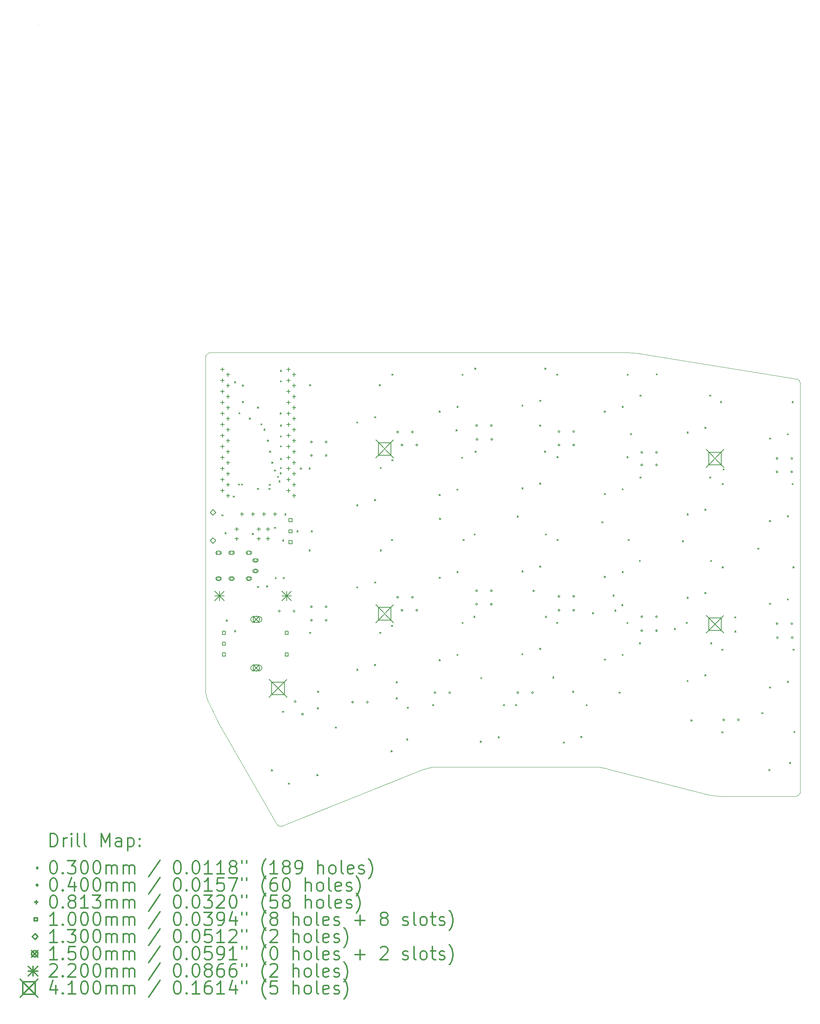
<source format=gbr>
%FSLAX45Y45*%
G04 Gerber Fmt 4.5, Leading zero omitted, Abs format (unit mm)*
G04 Created by KiCad (PCBNEW (5.1.12-1-10_14)) date 2021-12-27 15:41:10*
%MOMM*%
%LPD*%
G01*
G04 APERTURE LIST*
%TA.AperFunction,Profile*%
%ADD10C,0.100000*%
%TD*%
%ADD11C,0.200000*%
%ADD12C,0.300000*%
G04 APERTURE END LIST*
D10*
X20400945Y-13926640D02*
X18116501Y-13342648D01*
X22412960Y-13970000D02*
X22390100Y-13970000D01*
X22438519Y-13968150D02*
X22412960Y-13970000D01*
X22502662Y-4369560D02*
X22516832Y-4383558D01*
X8942585Y-3732540D02*
X18451081Y-3732548D01*
X8828406Y-11550347D02*
X8827526Y-11518249D01*
X8831044Y-11582276D02*
X8828406Y-11550347D01*
X18671653Y-3742925D02*
X18788573Y-3754187D01*
X22543770Y-13854430D02*
X22542388Y-13875257D01*
X8897744Y-3741594D02*
X8919368Y-3734881D01*
X8849332Y-11676341D02*
X8841523Y-11645343D01*
X18788573Y-3754187D02*
X18891042Y-3767978D01*
X10508615Y-14642628D02*
X10491821Y-14631232D01*
X13861123Y-13347810D02*
X13815413Y-13364855D01*
X8919368Y-3734881D02*
X8942585Y-3732540D01*
X13815413Y-13364855D02*
X10607520Y-14648948D01*
X10607520Y-14648948D02*
X10587298Y-14654978D01*
X8827526Y-11518249D02*
X8827386Y-3847743D01*
X22516832Y-4383558D02*
X22528388Y-4399781D01*
X22486187Y-4358147D02*
X22502662Y-4369560D01*
X8878175Y-3752216D02*
X8897744Y-3741594D01*
X10587298Y-14654978D02*
X10566831Y-14657198D01*
X18554438Y-3735332D02*
X18671653Y-3742925D01*
X10566831Y-14657198D02*
X10546585Y-14655768D01*
X10546585Y-14655768D02*
X10527025Y-14650858D01*
X10527025Y-14650858D02*
X10508615Y-14642628D01*
X22390100Y-13970000D02*
X20720050Y-13970000D01*
X13907514Y-13332988D02*
X13861123Y-13347810D01*
X9117494Y-12265341D02*
X9112979Y-12256691D01*
X22460260Y-13964290D02*
X22438519Y-13968150D01*
X22526748Y-13914743D02*
X22513957Y-13931425D01*
X17740630Y-13291591D02*
X14195611Y-13291591D01*
X14195611Y-13291591D02*
X14146840Y-13292750D01*
X22537028Y-4417867D02*
X22542438Y-4437457D01*
X8827386Y-3847743D02*
X8829726Y-3824526D01*
X18891042Y-3767978D02*
X22447544Y-4344515D01*
X14098263Y-13296230D02*
X14049961Y-13302010D01*
X8829726Y-3824526D02*
X8836438Y-3802901D01*
X10464939Y-14599593D02*
X9117494Y-12265341D01*
X22542438Y-4437457D02*
X22544318Y-4458190D01*
X22467711Y-4349678D02*
X22486187Y-4358147D01*
X14146840Y-13292750D02*
X14098263Y-13296230D01*
X22513957Y-13931425D02*
X22498359Y-13945518D01*
X14049961Y-13302010D02*
X14002014Y-13310070D01*
X13954505Y-13320402D02*
X13907514Y-13332988D01*
X22542388Y-13875257D02*
X22536348Y-13895883D01*
X17789298Y-13292391D02*
X17740630Y-13291591D01*
X18116501Y-13342648D02*
X18070569Y-13330724D01*
X22536348Y-13895883D02*
X22526748Y-13914743D01*
X8847059Y-3783333D02*
X8861126Y-3766283D01*
X8870010Y-11736911D02*
X8858833Y-11706887D01*
X22447544Y-4344515D02*
X22467711Y-4349678D01*
X22528388Y-4399781D02*
X22537028Y-4417867D01*
X18070569Y-13330724D02*
X18024299Y-13320371D01*
X18024299Y-13320371D02*
X17977732Y-13311601D01*
X22480333Y-13956610D02*
X22460260Y-13964290D01*
X17977732Y-13311601D02*
X17930908Y-13304411D01*
X8858833Y-11706887D02*
X8849332Y-11676341D01*
X8835422Y-11613964D02*
X8831044Y-11582276D01*
X18451081Y-3732548D02*
X18554438Y-3735332D01*
X17930908Y-13304411D02*
X17883867Y-13298811D01*
X22544318Y-4458190D02*
X22543770Y-13854430D01*
X17883867Y-13298811D02*
X17836650Y-13294801D01*
X14002014Y-13310070D02*
X13954505Y-13320402D01*
X22498359Y-13945518D02*
X22480333Y-13956610D01*
X8836438Y-3802901D02*
X8847059Y-3783333D01*
X17836650Y-13294801D02*
X17789298Y-13292391D01*
X10491821Y-14631232D02*
X10477107Y-14616833D01*
X10477107Y-14616833D02*
X10464939Y-14599593D01*
X8861126Y-3766283D02*
X8878175Y-3752216D01*
X8841523Y-11645343D02*
X8835422Y-11613964D01*
X8882848Y-11766343D02*
X8870010Y-11736911D01*
X20720050Y-13970000D02*
X20640012Y-13967520D01*
X20640012Y-13967520D02*
X20559491Y-13959310D01*
X20559491Y-13959310D02*
X20479710Y-13945670D01*
X9112979Y-12256691D02*
X8882848Y-11766343D01*
X20479710Y-13945670D02*
X20400945Y-13926640D01*
X4967668Y3822800D02*
X4967668Y3822800D01*
D11*
X9205000Y-7475000D02*
X9235000Y-7505000D01*
X9235000Y-7475000D02*
X9205000Y-7505000D01*
X9275000Y-7885000D02*
X9305000Y-7915000D01*
X9305000Y-7885000D02*
X9275000Y-7915000D01*
X9302700Y-9902700D02*
X9332700Y-9932700D01*
X9332700Y-9902700D02*
X9302700Y-9932700D01*
X9465000Y-7045000D02*
X9495000Y-7075000D01*
X9495000Y-7045000D02*
X9465000Y-7075000D01*
X9495000Y-4405000D02*
X9525000Y-4435000D01*
X9525000Y-4405000D02*
X9495000Y-4435000D01*
X9495000Y-10145000D02*
X9525000Y-10175000D01*
X9525000Y-10145000D02*
X9495000Y-10175000D01*
X9590000Y-6765585D02*
X9620000Y-6795585D01*
X9620000Y-6765585D02*
X9590000Y-6795585D01*
X9595000Y-5124000D02*
X9625000Y-5154000D01*
X9625000Y-5124000D02*
X9595000Y-5154000D01*
X9655000Y-6765000D02*
X9685000Y-6795000D01*
X9685000Y-6765000D02*
X9655000Y-6795000D01*
X9675000Y-4481575D02*
X9705000Y-4511575D01*
X9705000Y-4481575D02*
X9675000Y-4511575D01*
X9675000Y-4865000D02*
X9705000Y-4895000D01*
X9705000Y-4865000D02*
X9675000Y-4895000D01*
X9836426Y-5243575D02*
X9866426Y-5273575D01*
X9866426Y-5243575D02*
X9836426Y-5273575D01*
X9905000Y-7905000D02*
X9935000Y-7935000D01*
X9935000Y-7905000D02*
X9905000Y-7935000D01*
X10025000Y-4989575D02*
X10055000Y-5019575D01*
X10055000Y-4989575D02*
X10025000Y-5019575D01*
X10025000Y-9125000D02*
X10055000Y-9155000D01*
X10055000Y-9125000D02*
X10025000Y-9155000D01*
X10025001Y-6865000D02*
X10055001Y-6895000D01*
X10055001Y-6865000D02*
X10025001Y-6895000D01*
X10105000Y-5375000D02*
X10135000Y-5405000D01*
X10135000Y-5375000D02*
X10105000Y-5405000D01*
X10172426Y-5497575D02*
X10202426Y-5527575D01*
X10202426Y-5497575D02*
X10172426Y-5527575D01*
X10235000Y-9115000D02*
X10265000Y-9145000D01*
X10265000Y-9115000D02*
X10235000Y-9145000D01*
X10252500Y-5751574D02*
X10282500Y-5781574D01*
X10282500Y-5751574D02*
X10252500Y-5781574D01*
X10285000Y-6865000D02*
X10315000Y-6895000D01*
X10315000Y-6865000D02*
X10285000Y-6895000D01*
X10295000Y-6775000D02*
X10325000Y-6805000D01*
X10325000Y-6775000D02*
X10295000Y-6805000D01*
X10302500Y-6005574D02*
X10332500Y-6035574D01*
X10332500Y-6005574D02*
X10302500Y-6035574D01*
X10345000Y-13355000D02*
X10375000Y-13385000D01*
X10375000Y-13355000D02*
X10345000Y-13385000D01*
X10355000Y-6259574D02*
X10385000Y-6289574D01*
X10385000Y-6259574D02*
X10355000Y-6289574D01*
X10415000Y-6442500D02*
X10445000Y-6472500D01*
X10445000Y-6442500D02*
X10415000Y-6472500D01*
X10415000Y-7765000D02*
X10445000Y-7795000D01*
X10445000Y-7765000D02*
X10415000Y-7795000D01*
X10435000Y-8925000D02*
X10465000Y-8955000D01*
X10465000Y-8925000D02*
X10435000Y-8955000D01*
X10485000Y-6585000D02*
X10515000Y-6615000D01*
X10515000Y-6585000D02*
X10485000Y-6615000D01*
X10517783Y-6692217D02*
X10547783Y-6722217D01*
X10547783Y-6692217D02*
X10517783Y-6722217D01*
X10545000Y-5125000D02*
X10575000Y-5155000D01*
X10575000Y-5125000D02*
X10545000Y-5155000D01*
X10545000Y-6505000D02*
X10575000Y-6535000D01*
X10575000Y-6505000D02*
X10545000Y-6535000D01*
X10554999Y-5655000D02*
X10584999Y-5685000D01*
X10584999Y-5655000D02*
X10554999Y-5685000D01*
X10555000Y-4385000D02*
X10585000Y-4415000D01*
X10585000Y-4385000D02*
X10555000Y-4415000D01*
X10555000Y-5885000D02*
X10585000Y-5915000D01*
X10585000Y-5885000D02*
X10555000Y-5915000D01*
X10555000Y-6175000D02*
X10585000Y-6205000D01*
X10585000Y-6175000D02*
X10555000Y-6205000D01*
X10555000Y-6385000D02*
X10585000Y-6415000D01*
X10585000Y-6385000D02*
X10555000Y-6415000D01*
X10555001Y-4145000D02*
X10585001Y-4175000D01*
X10585001Y-4145000D02*
X10555001Y-4175000D01*
X10555002Y-5405000D02*
X10585002Y-5435000D01*
X10585002Y-5405000D02*
X10555002Y-5435000D01*
X10602000Y-12005000D02*
X10632000Y-12035000D01*
X10632000Y-12005000D02*
X10602000Y-12035000D01*
X10605000Y-8055000D02*
X10635000Y-8085000D01*
X10635000Y-8055000D02*
X10605000Y-8085000D01*
X10615000Y-8925000D02*
X10645000Y-8955000D01*
X10645000Y-8925000D02*
X10615000Y-8955000D01*
X10655000Y-7455000D02*
X10685000Y-7485000D01*
X10685000Y-7455000D02*
X10655000Y-7485000D01*
X10735000Y-13665000D02*
X10765000Y-13695000D01*
X10765000Y-13665000D02*
X10735000Y-13695000D01*
X10935000Y-7845000D02*
X10965000Y-7875000D01*
X10965000Y-7845000D02*
X10935000Y-7875000D01*
X11015000Y-6395000D02*
X11045000Y-6425000D01*
X11045000Y-6395000D02*
X11015000Y-6425000D01*
X11215000Y-6395000D02*
X11245000Y-6425000D01*
X11245000Y-6395000D02*
X11215000Y-6425000D01*
X11215000Y-8285000D02*
X11245000Y-8315000D01*
X11245000Y-8285000D02*
X11215000Y-8315000D01*
X11224999Y-4475000D02*
X11254999Y-4505000D01*
X11254999Y-4475000D02*
X11224999Y-4505000D01*
X11225000Y-10184999D02*
X11255000Y-10214999D01*
X11255000Y-10184999D02*
X11225000Y-10214999D01*
X11265000Y-7845000D02*
X11295000Y-7875000D01*
X11295000Y-7845000D02*
X11265000Y-7875000D01*
X11395000Y-13465000D02*
X11425000Y-13495000D01*
X11425000Y-13465000D02*
X11395000Y-13495000D01*
X11405000Y-11925000D02*
X11435000Y-11955000D01*
X11435000Y-11925000D02*
X11405000Y-11955000D01*
X11415000Y-11545000D02*
X11445000Y-11575000D01*
X11445000Y-11545000D02*
X11415000Y-11575000D01*
X11820000Y-12371000D02*
X11850000Y-12401000D01*
X11850000Y-12371000D02*
X11820000Y-12401000D01*
X12314999Y-5335000D02*
X12344999Y-5365000D01*
X12344999Y-5335000D02*
X12314999Y-5365000D01*
X12315000Y-9135001D02*
X12345000Y-9165001D01*
X12345000Y-9135001D02*
X12315000Y-9165001D01*
X12315000Y-11034999D02*
X12345000Y-11064999D01*
X12345000Y-11034999D02*
X12315000Y-11064999D01*
X12315001Y-7245000D02*
X12345001Y-7275000D01*
X12345001Y-7245000D02*
X12315001Y-7275000D01*
X12725000Y-5215000D02*
X12755000Y-5245000D01*
X12755000Y-5215000D02*
X12725000Y-5245000D01*
X12725000Y-7125000D02*
X12755000Y-7155000D01*
X12755000Y-7125000D02*
X12725000Y-7155000D01*
X12725000Y-9025000D02*
X12755000Y-9055000D01*
X12755000Y-9025000D02*
X12725000Y-9055000D01*
X12725000Y-10925000D02*
X12755000Y-10955000D01*
X12755000Y-10925000D02*
X12725000Y-10955000D01*
X12835000Y-4475000D02*
X12865000Y-4505000D01*
X12865000Y-4475000D02*
X12835000Y-4505000D01*
X12845000Y-10185000D02*
X12875000Y-10215000D01*
X12875000Y-10185000D02*
X12845000Y-10215000D01*
X12855000Y-6385000D02*
X12885000Y-6415000D01*
X12885000Y-6385000D02*
X12855000Y-6415000D01*
X12855000Y-8285000D02*
X12885000Y-8315000D01*
X12885000Y-8285000D02*
X12855000Y-8315000D01*
X13105000Y-12915000D02*
X13135000Y-12945000D01*
X13135000Y-12915000D02*
X13105000Y-12945000D01*
X13115000Y-8045000D02*
X13145000Y-8075000D01*
X13145000Y-8045000D02*
X13115000Y-8075000D01*
X13115000Y-10025000D02*
X13145000Y-10055000D01*
X13145000Y-10025000D02*
X13115000Y-10055000D01*
X13125000Y-4235000D02*
X13155000Y-4265000D01*
X13155000Y-4235000D02*
X13125000Y-4265000D01*
X13125000Y-6205000D02*
X13155000Y-6235000D01*
X13155000Y-6205000D02*
X13125000Y-6235000D01*
X13225000Y-11325000D02*
X13255000Y-11355000D01*
X13255000Y-11325000D02*
X13225000Y-11355000D01*
X13225000Y-11695000D02*
X13255000Y-11725000D01*
X13255000Y-11695000D02*
X13225000Y-11725000D01*
X13465000Y-12645000D02*
X13495000Y-12675000D01*
X13495000Y-12645000D02*
X13465000Y-12675000D01*
X13478000Y-11913000D02*
X13508000Y-11943000D01*
X13508000Y-11913000D02*
X13478000Y-11943000D01*
X14065000Y-11855000D02*
X14095000Y-11885000D01*
X14095000Y-11855000D02*
X14065000Y-11885000D01*
X14214999Y-8915000D02*
X14244999Y-8945000D01*
X14244999Y-8915000D02*
X14214999Y-8945000D01*
X14215000Y-5084999D02*
X14245000Y-5114999D01*
X14245000Y-5084999D02*
X14215000Y-5114999D01*
X14215000Y-10815001D02*
X14245000Y-10845001D01*
X14245000Y-10815001D02*
X14215000Y-10845001D01*
X14215001Y-7005000D02*
X14245001Y-7035000D01*
X14245001Y-7005000D02*
X14215001Y-7035000D01*
X14225000Y-7555000D02*
X14255000Y-7585000D01*
X14255000Y-7555000D02*
X14225000Y-7585000D01*
X14605000Y-5515000D02*
X14635000Y-5545000D01*
X14635000Y-5515000D02*
X14605000Y-5545000D01*
X14625000Y-4975000D02*
X14655000Y-5005000D01*
X14655000Y-4975000D02*
X14625000Y-5005000D01*
X14625000Y-6885000D02*
X14655000Y-6915000D01*
X14655000Y-6885000D02*
X14625000Y-6915000D01*
X14625000Y-8785000D02*
X14655000Y-8815000D01*
X14655000Y-8785000D02*
X14625000Y-8815000D01*
X14625000Y-10695000D02*
X14655000Y-10725000D01*
X14655000Y-10695000D02*
X14625000Y-10725000D01*
X14735000Y-6145000D02*
X14765000Y-6175000D01*
X14765000Y-6145000D02*
X14735000Y-6175000D01*
X14745000Y-4235000D02*
X14775000Y-4265000D01*
X14775000Y-4235000D02*
X14745000Y-4265000D01*
X14745000Y-9955000D02*
X14775000Y-9985000D01*
X14775000Y-9955000D02*
X14745000Y-9985000D01*
X14765000Y-8045000D02*
X14795000Y-8075000D01*
X14795000Y-8045000D02*
X14765000Y-8075000D01*
X15015000Y-9815000D02*
X15045000Y-9845000D01*
X15045000Y-9815000D02*
X15015000Y-9845000D01*
X15025000Y-7915000D02*
X15055000Y-7945000D01*
X15055000Y-7915000D02*
X15025000Y-7945000D01*
X15035000Y-4095000D02*
X15065000Y-4125000D01*
X15065000Y-4095000D02*
X15035000Y-4125000D01*
X15045000Y-6005000D02*
X15075000Y-6035000D01*
X15075000Y-6005000D02*
X15045000Y-6035000D01*
X15165000Y-12695000D02*
X15195000Y-12725000D01*
X15195000Y-12695000D02*
X15165000Y-12725000D01*
X15175000Y-11225000D02*
X15205000Y-11255000D01*
X15205000Y-11225000D02*
X15175000Y-11255000D01*
X15575000Y-12595000D02*
X15605000Y-12625000D01*
X15605000Y-12595000D02*
X15575000Y-12625000D01*
X15695000Y-11855000D02*
X15725000Y-11885000D01*
X15725000Y-11855000D02*
X15695000Y-11885000D01*
X15975000Y-11855000D02*
X16005000Y-11885000D01*
X16005000Y-11855000D02*
X15975000Y-11885000D01*
X16015000Y-7505000D02*
X16045000Y-7535000D01*
X16045000Y-7505000D02*
X16015000Y-7535000D01*
X16124999Y-6855000D02*
X16154999Y-6885000D01*
X16154999Y-6855000D02*
X16124999Y-6885000D01*
X16125000Y-4945000D02*
X16155000Y-4975000D01*
X16155000Y-4945000D02*
X16125000Y-4975000D01*
X16125000Y-8764999D02*
X16155000Y-8794999D01*
X16155000Y-8764999D02*
X16125000Y-8794999D01*
X16125000Y-10675000D02*
X16155000Y-10705000D01*
X16155000Y-10675000D02*
X16125000Y-10705000D01*
X16385000Y-9215000D02*
X16415000Y-9245000D01*
X16415000Y-9215000D02*
X16385000Y-9245000D01*
X16535000Y-4835000D02*
X16565000Y-4865000D01*
X16565000Y-4835000D02*
X16535000Y-4865000D01*
X16535000Y-5405000D02*
X16565000Y-5435000D01*
X16565000Y-5405000D02*
X16535000Y-5435000D01*
X16535000Y-6745000D02*
X16565000Y-6775000D01*
X16565000Y-6745000D02*
X16535000Y-6775000D01*
X16535000Y-8655000D02*
X16565000Y-8685000D01*
X16565000Y-8655000D02*
X16535000Y-8685000D01*
X16535000Y-10555000D02*
X16565000Y-10585000D01*
X16565000Y-10555000D02*
X16535000Y-10585000D01*
X16645000Y-6005000D02*
X16675000Y-6035000D01*
X16675000Y-6005000D02*
X16645000Y-6035000D01*
X16655000Y-4095000D02*
X16685000Y-4125000D01*
X16685000Y-4095000D02*
X16655000Y-4125000D01*
X16665000Y-7915000D02*
X16695000Y-7945000D01*
X16695000Y-7915000D02*
X16665000Y-7945000D01*
X16665000Y-9815000D02*
X16695000Y-9845000D01*
X16695000Y-9815000D02*
X16665000Y-9845000D01*
X16835000Y-11215000D02*
X16865000Y-11245000D01*
X16865000Y-11215000D02*
X16835000Y-11245000D01*
X16925000Y-4235000D02*
X16955000Y-4265000D01*
X16955000Y-4235000D02*
X16925000Y-4265000D01*
X16925000Y-9955000D02*
X16955000Y-9985000D01*
X16955000Y-9955000D02*
X16925000Y-9985000D01*
X16935000Y-6135000D02*
X16965000Y-6165000D01*
X16965000Y-6135000D02*
X16935000Y-6165000D01*
X16935000Y-8045000D02*
X16965000Y-8075000D01*
X16965000Y-8045000D02*
X16935000Y-8075000D01*
X17075001Y-12715000D02*
X17105001Y-12745000D01*
X17105001Y-12715000D02*
X17075001Y-12745000D01*
X17293000Y-11544000D02*
X17323000Y-11574000D01*
X17323000Y-11544000D02*
X17293000Y-11574000D01*
X17485000Y-12585000D02*
X17515000Y-12615000D01*
X17515000Y-12585000D02*
X17485000Y-12615000D01*
X17605000Y-11855000D02*
X17635000Y-11885000D01*
X17635000Y-11855000D02*
X17605000Y-11885000D01*
X17749000Y-9734000D02*
X17779000Y-9764000D01*
X17779000Y-9734000D02*
X17749000Y-9764000D01*
X17965000Y-7635000D02*
X17995000Y-7665000D01*
X17995000Y-7635000D02*
X17965000Y-7665000D01*
X18024999Y-10805000D02*
X18054999Y-10835000D01*
X18054999Y-10805000D02*
X18024999Y-10835000D01*
X18025000Y-5085000D02*
X18055000Y-5115000D01*
X18055000Y-5085000D02*
X18025000Y-5115000D01*
X18025000Y-6985001D02*
X18055000Y-7015001D01*
X18055000Y-6985001D02*
X18025000Y-7015001D01*
X18025000Y-8895000D02*
X18055000Y-8925000D01*
X18055000Y-8895000D02*
X18025000Y-8925000D01*
X18225000Y-9325000D02*
X18255000Y-9355000D01*
X18255000Y-9325000D02*
X18225000Y-9355000D01*
X18267000Y-9672000D02*
X18297000Y-9702000D01*
X18297000Y-9672000D02*
X18267000Y-9702000D01*
X18365000Y-11565000D02*
X18395000Y-11595000D01*
X18395000Y-11565000D02*
X18365000Y-11595000D01*
X18427000Y-9544000D02*
X18457000Y-9574000D01*
X18457000Y-9544000D02*
X18427000Y-9574000D01*
X18435000Y-4975000D02*
X18465000Y-5005000D01*
X18465000Y-4975000D02*
X18435000Y-5005000D01*
X18435000Y-6875000D02*
X18465000Y-6905000D01*
X18465000Y-6875000D02*
X18435000Y-6905000D01*
X18435000Y-8785000D02*
X18465000Y-8815000D01*
X18465000Y-8785000D02*
X18435000Y-8815000D01*
X18435000Y-10695000D02*
X18465000Y-10725000D01*
X18465000Y-10695000D02*
X18435000Y-10725000D01*
X18545000Y-6135000D02*
X18575000Y-6165000D01*
X18575000Y-6135000D02*
X18545000Y-6165000D01*
X18545000Y-9955000D02*
X18575000Y-9985000D01*
X18575000Y-9955000D02*
X18545000Y-9985000D01*
X18555000Y-4235000D02*
X18585000Y-4265000D01*
X18585000Y-4235000D02*
X18555000Y-4265000D01*
X18575000Y-8045000D02*
X18605000Y-8075000D01*
X18605000Y-8045000D02*
X18575000Y-8075000D01*
X18625000Y-5605000D02*
X18655000Y-5635000D01*
X18655000Y-5605000D02*
X18625000Y-5635000D01*
X18835000Y-8525000D02*
X18865000Y-8555000D01*
X18865000Y-8525000D02*
X18835000Y-8555000D01*
X18835000Y-10425000D02*
X18865000Y-10455000D01*
X18865000Y-10425000D02*
X18835000Y-10455000D01*
X18845000Y-4715000D02*
X18875000Y-4745000D01*
X18875000Y-4715000D02*
X18845000Y-4745000D01*
X18845000Y-6605000D02*
X18875000Y-6635000D01*
X18875000Y-6605000D02*
X18845000Y-6635000D01*
X19225000Y-4225000D02*
X19255000Y-4255000D01*
X19255000Y-4225000D02*
X19225000Y-4255000D01*
X19640000Y-10096000D02*
X19670000Y-10126000D01*
X19670000Y-10096000D02*
X19640000Y-10126000D01*
X19825000Y-8075000D02*
X19855000Y-8105000D01*
X19855000Y-8075000D02*
X19825000Y-8105000D01*
X19915000Y-9955000D02*
X19945000Y-9985000D01*
X19945000Y-9955000D02*
X19915000Y-9985000D01*
X19934999Y-5565000D02*
X19964999Y-5595000D01*
X19964999Y-5565000D02*
X19934999Y-5595000D01*
X19935000Y-9375000D02*
X19965000Y-9405000D01*
X19965000Y-9375000D02*
X19935000Y-9405000D01*
X19935000Y-7455000D02*
X19965000Y-7485000D01*
X19965000Y-7455000D02*
X19935000Y-7485000D01*
X19935001Y-11295000D02*
X19965001Y-11325000D01*
X19965001Y-11295000D02*
X19935001Y-11325000D01*
X20025000Y-12205000D02*
X20055000Y-12235000D01*
X20055000Y-12205000D02*
X20025000Y-12235000D01*
X20345000Y-5455000D02*
X20375000Y-5485000D01*
X20375000Y-5455000D02*
X20345000Y-5485000D01*
X20345000Y-7345000D02*
X20375000Y-7375000D01*
X20375000Y-7345000D02*
X20345000Y-7375000D01*
X20345000Y-9265000D02*
X20375000Y-9295000D01*
X20375000Y-9265000D02*
X20345000Y-9295000D01*
X20345000Y-11165000D02*
X20375000Y-11195000D01*
X20375000Y-11165000D02*
X20345000Y-11195000D01*
X20455000Y-4715000D02*
X20485000Y-4745000D01*
X20485000Y-4715000D02*
X20455000Y-4745000D01*
X20455000Y-6605000D02*
X20485000Y-6635000D01*
X20485000Y-6605000D02*
X20455000Y-6635000D01*
X20475000Y-8525000D02*
X20505000Y-8555000D01*
X20505000Y-8525000D02*
X20475000Y-8555000D01*
X20475000Y-10425000D02*
X20505000Y-10455000D01*
X20505000Y-10425000D02*
X20475000Y-10455000D01*
X20705000Y-4865000D02*
X20735000Y-4895000D01*
X20735000Y-4865000D02*
X20705000Y-4895000D01*
X20732990Y-12480530D02*
X20762990Y-12510530D01*
X20762990Y-12480530D02*
X20732990Y-12510530D01*
X20735000Y-10575000D02*
X20765000Y-10605000D01*
X20765000Y-10575000D02*
X20735000Y-10605000D01*
X20745000Y-6755000D02*
X20775000Y-6785000D01*
X20775000Y-6755000D02*
X20745000Y-6785000D01*
X20745001Y-8675000D02*
X20775001Y-8705000D01*
X20775001Y-8675000D02*
X20745001Y-8705000D01*
X20766000Y-6419000D02*
X20796000Y-6449000D01*
X20796000Y-6419000D02*
X20766000Y-6449000D01*
X21031000Y-9828000D02*
X21061000Y-9858000D01*
X21061000Y-9828000D02*
X21031000Y-9858000D01*
X21035000Y-10155000D02*
X21065000Y-10185000D01*
X21065000Y-10155000D02*
X21035000Y-10185000D01*
X21565000Y-8245000D02*
X21595000Y-8275000D01*
X21595000Y-8245000D02*
X21565000Y-8275000D01*
X21656280Y-12041110D02*
X21686280Y-12071110D01*
X21686280Y-12041110D02*
X21656280Y-12071110D01*
X21816300Y-13353020D02*
X21846300Y-13383020D01*
X21846300Y-13353020D02*
X21816300Y-13383020D01*
X21835000Y-5704999D02*
X21865000Y-5734999D01*
X21865000Y-5704999D02*
X21835000Y-5734999D01*
X21835000Y-7605000D02*
X21865000Y-7635000D01*
X21865000Y-7605000D02*
X21835000Y-7635000D01*
X21835000Y-9515000D02*
X21865000Y-9545000D01*
X21865000Y-9515000D02*
X21835000Y-9545000D01*
X21835000Y-11444999D02*
X21865000Y-11474999D01*
X21865000Y-11444999D02*
X21835000Y-11474999D01*
X22245000Y-5605000D02*
X22275000Y-5635000D01*
X22275000Y-5605000D02*
X22245000Y-5635000D01*
X22245000Y-7495000D02*
X22275000Y-7525000D01*
X22275000Y-7495000D02*
X22245000Y-7525000D01*
X22245000Y-9415000D02*
X22275000Y-9445000D01*
X22275000Y-9415000D02*
X22245000Y-9445000D01*
X22245000Y-11315000D02*
X22275000Y-11345000D01*
X22275000Y-11315000D02*
X22245000Y-11345000D01*
X22295090Y-13187920D02*
X22325090Y-13217920D01*
X22325090Y-13187920D02*
X22295090Y-13217920D01*
X22355000Y-4865000D02*
X22385000Y-4895000D01*
X22385000Y-4865000D02*
X22355000Y-4895000D01*
X22355000Y-6755000D02*
X22385000Y-6785000D01*
X22385000Y-6755000D02*
X22355000Y-6785000D01*
X22375000Y-8675000D02*
X22405000Y-8705000D01*
X22405000Y-8675000D02*
X22375000Y-8705000D01*
X22375000Y-10575000D02*
X22405000Y-10605000D01*
X22405000Y-10575000D02*
X22375000Y-10605000D01*
X22399761Y-12471640D02*
X22429761Y-12501640D01*
X22429761Y-12471640D02*
X22399761Y-12501640D01*
X10550000Y-9700000D02*
G75*
G03*
X10550000Y-9700000I-20000J0D01*
G01*
X10890000Y-9700000D02*
G75*
G03*
X10890000Y-9700000I-20000J0D01*
G01*
X10915000Y-11782776D02*
G75*
G03*
X10915000Y-11782776I-20000J0D01*
G01*
X11085000Y-12077224D02*
G75*
G03*
X11085000Y-12077224I-20000J0D01*
G01*
X11290000Y-5800000D02*
G75*
G03*
X11290000Y-5800000I-20000J0D01*
G01*
X11290000Y-6110000D02*
G75*
G03*
X11290000Y-6110000I-20000J0D01*
G01*
X11290000Y-9600000D02*
G75*
G03*
X11290000Y-9600000I-20000J0D01*
G01*
X11290000Y-9910000D02*
G75*
G03*
X11290000Y-9910000I-20000J0D01*
G01*
X11630000Y-5800000D02*
G75*
G03*
X11630000Y-5800000I-20000J0D01*
G01*
X11630000Y-6110000D02*
G75*
G03*
X11630000Y-6110000I-20000J0D01*
G01*
X11630000Y-9600000D02*
G75*
G03*
X11630000Y-9600000I-20000J0D01*
G01*
X11630000Y-9910000D02*
G75*
G03*
X11630000Y-9910000I-20000J0D01*
G01*
X12240000Y-11800000D02*
G75*
G03*
X12240000Y-11800000I-20000J0D01*
G01*
X12580000Y-11800000D02*
G75*
G03*
X12580000Y-11800000I-20000J0D01*
G01*
X13280000Y-5570000D02*
G75*
G03*
X13280000Y-5570000I-20000J0D01*
G01*
X13280000Y-9380000D02*
G75*
G03*
X13280000Y-9380000I-20000J0D01*
G01*
X13380000Y-5870000D02*
G75*
G03*
X13380000Y-5870000I-20000J0D01*
G01*
X13380000Y-9680000D02*
G75*
G03*
X13380000Y-9680000I-20000J0D01*
G01*
X13620000Y-5570000D02*
G75*
G03*
X13620000Y-5570000I-20000J0D01*
G01*
X13620000Y-9380000D02*
G75*
G03*
X13620000Y-9380000I-20000J0D01*
G01*
X13720000Y-5870000D02*
G75*
G03*
X13720000Y-5870000I-20000J0D01*
G01*
X13720000Y-9680000D02*
G75*
G03*
X13720000Y-9680000I-20000J0D01*
G01*
X14140000Y-11580000D02*
G75*
G03*
X14140000Y-11580000I-20000J0D01*
G01*
X14480000Y-11580000D02*
G75*
G03*
X14480000Y-11580000I-20000J0D01*
G01*
X15100000Y-5420000D02*
G75*
G03*
X15100000Y-5420000I-20000J0D01*
G01*
X15100000Y-9230000D02*
G75*
G03*
X15100000Y-9230000I-20000J0D01*
G01*
X15100000Y-9540000D02*
G75*
G03*
X15100000Y-9540000I-20000J0D01*
G01*
X15110000Y-5740000D02*
G75*
G03*
X15110000Y-5740000I-20000J0D01*
G01*
X15440000Y-5420000D02*
G75*
G03*
X15440000Y-5420000I-20000J0D01*
G01*
X15440000Y-9230000D02*
G75*
G03*
X15440000Y-9230000I-20000J0D01*
G01*
X15440000Y-9540000D02*
G75*
G03*
X15440000Y-9540000I-20000J0D01*
G01*
X15450000Y-5740000D02*
G75*
G03*
X15450000Y-5740000I-20000J0D01*
G01*
X16050000Y-11580000D02*
G75*
G03*
X16050000Y-11580000I-20000J0D01*
G01*
X16390000Y-11580000D02*
G75*
G03*
X16390000Y-11580000I-20000J0D01*
G01*
X17000000Y-5560000D02*
G75*
G03*
X17000000Y-5560000I-20000J0D01*
G01*
X17000000Y-5870000D02*
G75*
G03*
X17000000Y-5870000I-20000J0D01*
G01*
X17000000Y-9360000D02*
G75*
G03*
X17000000Y-9360000I-20000J0D01*
G01*
X17000000Y-9680000D02*
G75*
G03*
X17000000Y-9680000I-20000J0D01*
G01*
X17340000Y-5560000D02*
G75*
G03*
X17340000Y-5560000I-20000J0D01*
G01*
X17340000Y-5870000D02*
G75*
G03*
X17340000Y-5870000I-20000J0D01*
G01*
X17340000Y-9360000D02*
G75*
G03*
X17340000Y-9360000I-20000J0D01*
G01*
X17340000Y-9680000D02*
G75*
G03*
X17340000Y-9680000I-20000J0D01*
G01*
X18910000Y-6040000D02*
G75*
G03*
X18910000Y-6040000I-20000J0D01*
G01*
X18910000Y-6330000D02*
G75*
G03*
X18910000Y-6330000I-20000J0D01*
G01*
X18910000Y-9830000D02*
G75*
G03*
X18910000Y-9830000I-20000J0D01*
G01*
X18910000Y-10150000D02*
G75*
G03*
X18910000Y-10150000I-20000J0D01*
G01*
X19250000Y-6040000D02*
G75*
G03*
X19250000Y-6040000I-20000J0D01*
G01*
X19250000Y-6330000D02*
G75*
G03*
X19250000Y-6330000I-20000J0D01*
G01*
X19250000Y-9830000D02*
G75*
G03*
X19250000Y-9830000I-20000J0D01*
G01*
X19250000Y-10150000D02*
G75*
G03*
X19250000Y-10150000I-20000J0D01*
G01*
X20799920Y-12207240D02*
G75*
G03*
X20799920Y-12207240I-20000J0D01*
G01*
X21139920Y-12207240D02*
G75*
G03*
X21139920Y-12207240I-20000J0D01*
G01*
X22030000Y-6180000D02*
G75*
G03*
X22030000Y-6180000I-20000J0D01*
G01*
X22030000Y-6490000D02*
G75*
G03*
X22030000Y-6490000I-20000J0D01*
G01*
X22030000Y-9990000D02*
G75*
G03*
X22030000Y-9990000I-20000J0D01*
G01*
X22040000Y-10310000D02*
G75*
G03*
X22040000Y-10310000I-20000J0D01*
G01*
X22370000Y-6180000D02*
G75*
G03*
X22370000Y-6180000I-20000J0D01*
G01*
X22370000Y-6490000D02*
G75*
G03*
X22370000Y-6490000I-20000J0D01*
G01*
X22370000Y-9990000D02*
G75*
G03*
X22370000Y-9990000I-20000J0D01*
G01*
X22380000Y-10310000D02*
G75*
G03*
X22380000Y-10310000I-20000J0D01*
G01*
X9218000Y-4082360D02*
X9218000Y-4163640D01*
X9177360Y-4123000D02*
X9258640Y-4123000D01*
X9218000Y-4336360D02*
X9218000Y-4417640D01*
X9177360Y-4377000D02*
X9258640Y-4377000D01*
X9218000Y-4590360D02*
X9218000Y-4671640D01*
X9177360Y-4631000D02*
X9258640Y-4631000D01*
X9218000Y-4844360D02*
X9218000Y-4925640D01*
X9177360Y-4885000D02*
X9258640Y-4885000D01*
X9218000Y-5098360D02*
X9218000Y-5179640D01*
X9177360Y-5139000D02*
X9258640Y-5139000D01*
X9218000Y-5352360D02*
X9218000Y-5433640D01*
X9177360Y-5393000D02*
X9258640Y-5393000D01*
X9218000Y-5606360D02*
X9218000Y-5687640D01*
X9177360Y-5647000D02*
X9258640Y-5647000D01*
X9218000Y-5860360D02*
X9218000Y-5941640D01*
X9177360Y-5901000D02*
X9258640Y-5901000D01*
X9218000Y-6114360D02*
X9218000Y-6195640D01*
X9177360Y-6155000D02*
X9258640Y-6155000D01*
X9218000Y-6368360D02*
X9218000Y-6449640D01*
X9177360Y-6409000D02*
X9258640Y-6409000D01*
X9218000Y-6622360D02*
X9218000Y-6703640D01*
X9177360Y-6663000D02*
X9258640Y-6663000D01*
X9218000Y-6876360D02*
X9218000Y-6957640D01*
X9177360Y-6917000D02*
X9258640Y-6917000D01*
X9347882Y-4201935D02*
X9347882Y-4283215D01*
X9307242Y-4242575D02*
X9388522Y-4242575D01*
X9347882Y-4455935D02*
X9347882Y-4537215D01*
X9307242Y-4496575D02*
X9388522Y-4496575D01*
X9347882Y-4709935D02*
X9347882Y-4791215D01*
X9307242Y-4750575D02*
X9388522Y-4750575D01*
X9347882Y-4963935D02*
X9347882Y-5045215D01*
X9307242Y-5004575D02*
X9388522Y-5004575D01*
X9347882Y-5217935D02*
X9347882Y-5299215D01*
X9307242Y-5258575D02*
X9388522Y-5258575D01*
X9347882Y-5471935D02*
X9347882Y-5553215D01*
X9307242Y-5512575D02*
X9388522Y-5512575D01*
X9347882Y-5725934D02*
X9347882Y-5807214D01*
X9307242Y-5766574D02*
X9388522Y-5766574D01*
X9347882Y-5979934D02*
X9347882Y-6061214D01*
X9307242Y-6020574D02*
X9388522Y-6020574D01*
X9347882Y-6233934D02*
X9347882Y-6315214D01*
X9307242Y-6274574D02*
X9388522Y-6274574D01*
X9347882Y-6487934D02*
X9347882Y-6569214D01*
X9307242Y-6528574D02*
X9388522Y-6528574D01*
X9347882Y-6741934D02*
X9347882Y-6823214D01*
X9307242Y-6782574D02*
X9388522Y-6782574D01*
X9347882Y-6995934D02*
X9347882Y-7077214D01*
X9307242Y-7036574D02*
X9388522Y-7036574D01*
X9549927Y-7765556D02*
X9549927Y-7846836D01*
X9509287Y-7806196D02*
X9590567Y-7806196D01*
X9549927Y-7990556D02*
X9549927Y-8071836D01*
X9509287Y-8031196D02*
X9590567Y-8031196D01*
X9670000Y-7419360D02*
X9670000Y-7500640D01*
X9629360Y-7460000D02*
X9710640Y-7460000D01*
X9924000Y-7419360D02*
X9924000Y-7500640D01*
X9883360Y-7460000D02*
X9964640Y-7460000D01*
X10057927Y-7765556D02*
X10057927Y-7846836D01*
X10017287Y-7806196D02*
X10098567Y-7806196D01*
X10057927Y-7990556D02*
X10057927Y-8071836D01*
X10017287Y-8031196D02*
X10098567Y-8031196D01*
X10178000Y-7419360D02*
X10178000Y-7500640D01*
X10137360Y-7460000D02*
X10218640Y-7460000D01*
X10270000Y-7769360D02*
X10270000Y-7850640D01*
X10229360Y-7810000D02*
X10310640Y-7810000D01*
X10270000Y-7989360D02*
X10270000Y-8070640D01*
X10229360Y-8030000D02*
X10310640Y-8030000D01*
X10432000Y-7419360D02*
X10432000Y-7500640D01*
X10391360Y-7460000D02*
X10472640Y-7460000D01*
X10742000Y-4082360D02*
X10742000Y-4163640D01*
X10701360Y-4123000D02*
X10782640Y-4123000D01*
X10742000Y-4336360D02*
X10742000Y-4417640D01*
X10701360Y-4377000D02*
X10782640Y-4377000D01*
X10742000Y-4590360D02*
X10742000Y-4671640D01*
X10701360Y-4631000D02*
X10782640Y-4631000D01*
X10742000Y-4844360D02*
X10742000Y-4925640D01*
X10701360Y-4885000D02*
X10782640Y-4885000D01*
X10742000Y-5098360D02*
X10742000Y-5179640D01*
X10701360Y-5139000D02*
X10782640Y-5139000D01*
X10742000Y-5352360D02*
X10742000Y-5433640D01*
X10701360Y-5393000D02*
X10782640Y-5393000D01*
X10742000Y-5606360D02*
X10742000Y-5687640D01*
X10701360Y-5647000D02*
X10782640Y-5647000D01*
X10742000Y-5860360D02*
X10742000Y-5941640D01*
X10701360Y-5901000D02*
X10782640Y-5901000D01*
X10742000Y-6114360D02*
X10742000Y-6195640D01*
X10701360Y-6155000D02*
X10782640Y-6155000D01*
X10742000Y-6368360D02*
X10742000Y-6449640D01*
X10701360Y-6409000D02*
X10782640Y-6409000D01*
X10742000Y-6622360D02*
X10742000Y-6703640D01*
X10701360Y-6663000D02*
X10782640Y-6663000D01*
X10742000Y-6876360D02*
X10742000Y-6957640D01*
X10701360Y-6917000D02*
X10782640Y-6917000D01*
X10871882Y-4201935D02*
X10871882Y-4283215D01*
X10831242Y-4242575D02*
X10912522Y-4242575D01*
X10871882Y-4455935D02*
X10871882Y-4537215D01*
X10831242Y-4496575D02*
X10912522Y-4496575D01*
X10871882Y-4709935D02*
X10871882Y-4791215D01*
X10831242Y-4750575D02*
X10912522Y-4750575D01*
X10871882Y-4963935D02*
X10871882Y-5045215D01*
X10831242Y-5004575D02*
X10912522Y-5004575D01*
X10871882Y-5217935D02*
X10871882Y-5299215D01*
X10831242Y-5258575D02*
X10912522Y-5258575D01*
X10871882Y-5471935D02*
X10871882Y-5553215D01*
X10831242Y-5512575D02*
X10912522Y-5512575D01*
X10871882Y-5725934D02*
X10871882Y-5807214D01*
X10831242Y-5766574D02*
X10912522Y-5766574D01*
X10871882Y-5979934D02*
X10871882Y-6061214D01*
X10831242Y-6020574D02*
X10912522Y-6020574D01*
X10871882Y-6233934D02*
X10871882Y-6315214D01*
X10831242Y-6274574D02*
X10912522Y-6274574D01*
X10871882Y-6487934D02*
X10871882Y-6569214D01*
X10831242Y-6528574D02*
X10912522Y-6528574D01*
X10871882Y-6741934D02*
X10871882Y-6823214D01*
X10831242Y-6782574D02*
X10912522Y-6782574D01*
X10871882Y-6995934D02*
X10871882Y-7077214D01*
X10831242Y-7036574D02*
X10912522Y-7036574D01*
X9165356Y-8390356D02*
X9165356Y-8319644D01*
X9094644Y-8319644D01*
X9094644Y-8390356D01*
X9165356Y-8390356D01*
X9105000Y-8395000D02*
X9155000Y-8395000D01*
X9105000Y-8315000D02*
X9155000Y-8315000D01*
X9155000Y-8395000D02*
G75*
G03*
X9155000Y-8315000I0J40000D01*
G01*
X9105000Y-8315000D02*
G75*
G03*
X9105000Y-8395000I0J-40000D01*
G01*
X9165356Y-8985356D02*
X9165356Y-8914644D01*
X9094644Y-8914644D01*
X9094644Y-8985356D01*
X9165356Y-8985356D01*
X9105000Y-8990000D02*
X9155000Y-8990000D01*
X9105000Y-8910000D02*
X9155000Y-8910000D01*
X9155000Y-8990000D02*
G75*
G03*
X9155000Y-8910000I0J40000D01*
G01*
X9105000Y-8910000D02*
G75*
G03*
X9105000Y-8990000I0J-40000D01*
G01*
X9285356Y-10235356D02*
X9285356Y-10164644D01*
X9214644Y-10164644D01*
X9214644Y-10235356D01*
X9285356Y-10235356D01*
X9285356Y-10485356D02*
X9285356Y-10414644D01*
X9214644Y-10414644D01*
X9214644Y-10485356D01*
X9285356Y-10485356D01*
X9285356Y-10735356D02*
X9285356Y-10664644D01*
X9214644Y-10664644D01*
X9214644Y-10735356D01*
X9285356Y-10735356D01*
X9465356Y-8390356D02*
X9465356Y-8319644D01*
X9394644Y-8319644D01*
X9394644Y-8390356D01*
X9465356Y-8390356D01*
X9405000Y-8395000D02*
X9455000Y-8395000D01*
X9405000Y-8315000D02*
X9455000Y-8315000D01*
X9455000Y-8395000D02*
G75*
G03*
X9455000Y-8315000I0J40000D01*
G01*
X9405000Y-8315000D02*
G75*
G03*
X9405000Y-8395000I0J-40000D01*
G01*
X9465356Y-8985356D02*
X9465356Y-8914644D01*
X9394644Y-8914644D01*
X9394644Y-8985356D01*
X9465356Y-8985356D01*
X9405000Y-8990000D02*
X9455000Y-8990000D01*
X9405000Y-8910000D02*
X9455000Y-8910000D01*
X9455000Y-8990000D02*
G75*
G03*
X9455000Y-8910000I0J40000D01*
G01*
X9405000Y-8910000D02*
G75*
G03*
X9405000Y-8990000I0J-40000D01*
G01*
X9865356Y-8390356D02*
X9865356Y-8319644D01*
X9794644Y-8319644D01*
X9794644Y-8390356D01*
X9865356Y-8390356D01*
X9805000Y-8395000D02*
X9855000Y-8395000D01*
X9805000Y-8315000D02*
X9855000Y-8315000D01*
X9855000Y-8395000D02*
G75*
G03*
X9855000Y-8315000I0J40000D01*
G01*
X9805000Y-8315000D02*
G75*
G03*
X9805000Y-8395000I0J-40000D01*
G01*
X9865356Y-8985356D02*
X9865356Y-8914644D01*
X9794644Y-8914644D01*
X9794644Y-8985356D01*
X9865356Y-8985356D01*
X9805000Y-8990000D02*
X9855000Y-8990000D01*
X9805000Y-8910000D02*
X9855000Y-8910000D01*
X9855000Y-8990000D02*
G75*
G03*
X9855000Y-8910000I0J40000D01*
G01*
X9805000Y-8910000D02*
G75*
G03*
X9805000Y-8990000I0J-40000D01*
G01*
X10015356Y-8565356D02*
X10015356Y-8494644D01*
X9944644Y-8494644D01*
X9944644Y-8565356D01*
X10015356Y-8565356D01*
X9955000Y-8570000D02*
X10005000Y-8570000D01*
X9955000Y-8490000D02*
X10005000Y-8490000D01*
X10005000Y-8570000D02*
G75*
G03*
X10005000Y-8490000I0J40000D01*
G01*
X9955000Y-8490000D02*
G75*
G03*
X9955000Y-8570000I0J-40000D01*
G01*
X10015356Y-8810356D02*
X10015356Y-8739644D01*
X9944644Y-8739644D01*
X9944644Y-8810356D01*
X10015356Y-8810356D01*
X9955000Y-8815000D02*
X10005000Y-8815000D01*
X9955000Y-8735000D02*
X10005000Y-8735000D01*
X10005000Y-8815000D02*
G75*
G03*
X10005000Y-8735000I0J40000D01*
G01*
X9955000Y-8735000D02*
G75*
G03*
X9955000Y-8815000I0J-40000D01*
G01*
X10735356Y-10235356D02*
X10735356Y-10164644D01*
X10664644Y-10164644D01*
X10664644Y-10235356D01*
X10735356Y-10235356D01*
X10735356Y-10735356D02*
X10735356Y-10664644D01*
X10664644Y-10664644D01*
X10664644Y-10735356D01*
X10735356Y-10735356D01*
X10825356Y-7635356D02*
X10825356Y-7564644D01*
X10754644Y-7564644D01*
X10754644Y-7635356D01*
X10825356Y-7635356D01*
X10825356Y-7895356D02*
X10825356Y-7824644D01*
X10754644Y-7824644D01*
X10754644Y-7895356D01*
X10825356Y-7895356D01*
X10825356Y-8145356D02*
X10825356Y-8074644D01*
X10754644Y-8074644D01*
X10754644Y-8145356D01*
X10825356Y-8145356D01*
X9000000Y-7490000D02*
X9065000Y-7425000D01*
X9000000Y-7360000D01*
X8935000Y-7425000D01*
X9000000Y-7490000D01*
X9000000Y-8140000D02*
X9065000Y-8075000D01*
X9000000Y-8010000D01*
X8935000Y-8075000D01*
X9000000Y-8140000D01*
X9925000Y-9815000D02*
X10075000Y-9965000D01*
X10075000Y-9815000D02*
X9925000Y-9965000D01*
X10075000Y-9890000D02*
G75*
G03*
X10075000Y-9890000I-75000J0D01*
G01*
X9935000Y-9955000D02*
X10065000Y-9955000D01*
X9935000Y-9825000D02*
X10065000Y-9825000D01*
X10065000Y-9955000D02*
G75*
G03*
X10065000Y-9825000I0J65000D01*
G01*
X9935000Y-9825000D02*
G75*
G03*
X9935000Y-9955000I0J-65000D01*
G01*
X9925000Y-10935000D02*
X10075000Y-11085000D01*
X10075000Y-10935000D02*
X9925000Y-11085000D01*
X10075000Y-11010000D02*
G75*
G03*
X10075000Y-11010000I-75000J0D01*
G01*
X9935000Y-11075000D02*
X10065000Y-11075000D01*
X9935000Y-10945000D02*
X10065000Y-10945000D01*
X10065000Y-11075000D02*
G75*
G03*
X10065000Y-10945000I0J65000D01*
G01*
X9935000Y-10945000D02*
G75*
G03*
X9935000Y-11075000I0J-65000D01*
G01*
X9040000Y-9240000D02*
X9260000Y-9460000D01*
X9260000Y-9240000D02*
X9040000Y-9460000D01*
X9150000Y-9240000D02*
X9150000Y-9460000D01*
X9040000Y-9350000D02*
X9260000Y-9350000D01*
X10590000Y-9240000D02*
X10810000Y-9460000D01*
X10810000Y-9240000D02*
X10590000Y-9460000D01*
X10700000Y-9240000D02*
X10700000Y-9460000D01*
X10590000Y-9350000D02*
X10810000Y-9350000D01*
X10295000Y-11275000D02*
X10705000Y-11685000D01*
X10705000Y-11275000D02*
X10295000Y-11685000D01*
X10644958Y-11624958D02*
X10644958Y-11335042D01*
X10355042Y-11335042D01*
X10355042Y-11624958D01*
X10644958Y-11624958D01*
X12755000Y-5755000D02*
X13165000Y-6165000D01*
X13165000Y-5755000D02*
X12755000Y-6165000D01*
X13104958Y-6104958D02*
X13104958Y-5815042D01*
X12815042Y-5815042D01*
X12815042Y-6104958D01*
X13104958Y-6104958D01*
X12755000Y-9555000D02*
X13165000Y-9965000D01*
X13165000Y-9555000D02*
X12755000Y-9965000D01*
X13104958Y-9904958D02*
X13104958Y-9615042D01*
X12815042Y-9615042D01*
X12815042Y-9904958D01*
X13104958Y-9904958D01*
X20375000Y-5975000D02*
X20785000Y-6385000D01*
X20785000Y-5975000D02*
X20375000Y-6385000D01*
X20724958Y-6324958D02*
X20724958Y-6035042D01*
X20435042Y-6035042D01*
X20435042Y-6324958D01*
X20724958Y-6324958D01*
X20375000Y-9795000D02*
X20785000Y-10205000D01*
X20785000Y-9795000D02*
X20375000Y-10205000D01*
X20724958Y-10144958D02*
X20724958Y-9855042D01*
X20435042Y-9855042D01*
X20435042Y-10144958D01*
X20724958Y-10144958D01*
D12*
X5249096Y-15127912D02*
X5249096Y-14827912D01*
X5320525Y-14827912D01*
X5363382Y-14842198D01*
X5391954Y-14870769D01*
X5406239Y-14899341D01*
X5420525Y-14956484D01*
X5420525Y-14999341D01*
X5406239Y-15056484D01*
X5391954Y-15085055D01*
X5363382Y-15113627D01*
X5320525Y-15127912D01*
X5249096Y-15127912D01*
X5549096Y-15127912D02*
X5549096Y-14927912D01*
X5549096Y-14985055D02*
X5563382Y-14956484D01*
X5577668Y-14942198D01*
X5606239Y-14927912D01*
X5634811Y-14927912D01*
X5734811Y-15127912D02*
X5734811Y-14927912D01*
X5734811Y-14827912D02*
X5720525Y-14842198D01*
X5734811Y-14856484D01*
X5749096Y-14842198D01*
X5734811Y-14827912D01*
X5734811Y-14856484D01*
X5920525Y-15127912D02*
X5891953Y-15113627D01*
X5877668Y-15085055D01*
X5877668Y-14827912D01*
X6077668Y-15127912D02*
X6049096Y-15113627D01*
X6034811Y-15085055D01*
X6034811Y-14827912D01*
X6420525Y-15127912D02*
X6420525Y-14827912D01*
X6520525Y-15042198D01*
X6620525Y-14827912D01*
X6620525Y-15127912D01*
X6891953Y-15127912D02*
X6891953Y-14970769D01*
X6877668Y-14942198D01*
X6849096Y-14927912D01*
X6791953Y-14927912D01*
X6763382Y-14942198D01*
X6891953Y-15113627D02*
X6863382Y-15127912D01*
X6791953Y-15127912D01*
X6763382Y-15113627D01*
X6749096Y-15085055D01*
X6749096Y-15056484D01*
X6763382Y-15027912D01*
X6791953Y-15013627D01*
X6863382Y-15013627D01*
X6891953Y-14999341D01*
X7034811Y-14927912D02*
X7034811Y-15227912D01*
X7034811Y-14942198D02*
X7063382Y-14927912D01*
X7120525Y-14927912D01*
X7149096Y-14942198D01*
X7163382Y-14956484D01*
X7177668Y-14985055D01*
X7177668Y-15070769D01*
X7163382Y-15099341D01*
X7149096Y-15113627D01*
X7120525Y-15127912D01*
X7063382Y-15127912D01*
X7034811Y-15113627D01*
X7306239Y-15099341D02*
X7320525Y-15113627D01*
X7306239Y-15127912D01*
X7291953Y-15113627D01*
X7306239Y-15099341D01*
X7306239Y-15127912D01*
X7306239Y-14942198D02*
X7320525Y-14956484D01*
X7306239Y-14970769D01*
X7291953Y-14956484D01*
X7306239Y-14942198D01*
X7306239Y-14970769D01*
X4932668Y-15607198D02*
X4962668Y-15637198D01*
X4962668Y-15607198D02*
X4932668Y-15637198D01*
X5306239Y-15457912D02*
X5334811Y-15457912D01*
X5363382Y-15472198D01*
X5377668Y-15486484D01*
X5391954Y-15515055D01*
X5406239Y-15572198D01*
X5406239Y-15643627D01*
X5391954Y-15700769D01*
X5377668Y-15729341D01*
X5363382Y-15743627D01*
X5334811Y-15757912D01*
X5306239Y-15757912D01*
X5277668Y-15743627D01*
X5263382Y-15729341D01*
X5249096Y-15700769D01*
X5234811Y-15643627D01*
X5234811Y-15572198D01*
X5249096Y-15515055D01*
X5263382Y-15486484D01*
X5277668Y-15472198D01*
X5306239Y-15457912D01*
X5534811Y-15729341D02*
X5549096Y-15743627D01*
X5534811Y-15757912D01*
X5520525Y-15743627D01*
X5534811Y-15729341D01*
X5534811Y-15757912D01*
X5649096Y-15457912D02*
X5834811Y-15457912D01*
X5734811Y-15572198D01*
X5777668Y-15572198D01*
X5806239Y-15586484D01*
X5820525Y-15600769D01*
X5834811Y-15629341D01*
X5834811Y-15700769D01*
X5820525Y-15729341D01*
X5806239Y-15743627D01*
X5777668Y-15757912D01*
X5691953Y-15757912D01*
X5663382Y-15743627D01*
X5649096Y-15729341D01*
X6020525Y-15457912D02*
X6049096Y-15457912D01*
X6077668Y-15472198D01*
X6091953Y-15486484D01*
X6106239Y-15515055D01*
X6120525Y-15572198D01*
X6120525Y-15643627D01*
X6106239Y-15700769D01*
X6091953Y-15729341D01*
X6077668Y-15743627D01*
X6049096Y-15757912D01*
X6020525Y-15757912D01*
X5991953Y-15743627D01*
X5977668Y-15729341D01*
X5963382Y-15700769D01*
X5949096Y-15643627D01*
X5949096Y-15572198D01*
X5963382Y-15515055D01*
X5977668Y-15486484D01*
X5991953Y-15472198D01*
X6020525Y-15457912D01*
X6306239Y-15457912D02*
X6334811Y-15457912D01*
X6363382Y-15472198D01*
X6377668Y-15486484D01*
X6391953Y-15515055D01*
X6406239Y-15572198D01*
X6406239Y-15643627D01*
X6391953Y-15700769D01*
X6377668Y-15729341D01*
X6363382Y-15743627D01*
X6334811Y-15757912D01*
X6306239Y-15757912D01*
X6277668Y-15743627D01*
X6263382Y-15729341D01*
X6249096Y-15700769D01*
X6234811Y-15643627D01*
X6234811Y-15572198D01*
X6249096Y-15515055D01*
X6263382Y-15486484D01*
X6277668Y-15472198D01*
X6306239Y-15457912D01*
X6534811Y-15757912D02*
X6534811Y-15557912D01*
X6534811Y-15586484D02*
X6549096Y-15572198D01*
X6577668Y-15557912D01*
X6620525Y-15557912D01*
X6649096Y-15572198D01*
X6663382Y-15600769D01*
X6663382Y-15757912D01*
X6663382Y-15600769D02*
X6677668Y-15572198D01*
X6706239Y-15557912D01*
X6749096Y-15557912D01*
X6777668Y-15572198D01*
X6791953Y-15600769D01*
X6791953Y-15757912D01*
X6934811Y-15757912D02*
X6934811Y-15557912D01*
X6934811Y-15586484D02*
X6949096Y-15572198D01*
X6977668Y-15557912D01*
X7020525Y-15557912D01*
X7049096Y-15572198D01*
X7063382Y-15600769D01*
X7063382Y-15757912D01*
X7063382Y-15600769D02*
X7077668Y-15572198D01*
X7106239Y-15557912D01*
X7149096Y-15557912D01*
X7177668Y-15572198D01*
X7191953Y-15600769D01*
X7191953Y-15757912D01*
X7777668Y-15443627D02*
X7520525Y-15829341D01*
X8163382Y-15457912D02*
X8191953Y-15457912D01*
X8220525Y-15472198D01*
X8234811Y-15486484D01*
X8249096Y-15515055D01*
X8263382Y-15572198D01*
X8263382Y-15643627D01*
X8249096Y-15700769D01*
X8234811Y-15729341D01*
X8220525Y-15743627D01*
X8191953Y-15757912D01*
X8163382Y-15757912D01*
X8134811Y-15743627D01*
X8120525Y-15729341D01*
X8106239Y-15700769D01*
X8091953Y-15643627D01*
X8091953Y-15572198D01*
X8106239Y-15515055D01*
X8120525Y-15486484D01*
X8134811Y-15472198D01*
X8163382Y-15457912D01*
X8391954Y-15729341D02*
X8406239Y-15743627D01*
X8391954Y-15757912D01*
X8377668Y-15743627D01*
X8391954Y-15729341D01*
X8391954Y-15757912D01*
X8591954Y-15457912D02*
X8620525Y-15457912D01*
X8649096Y-15472198D01*
X8663382Y-15486484D01*
X8677668Y-15515055D01*
X8691954Y-15572198D01*
X8691954Y-15643627D01*
X8677668Y-15700769D01*
X8663382Y-15729341D01*
X8649096Y-15743627D01*
X8620525Y-15757912D01*
X8591954Y-15757912D01*
X8563382Y-15743627D01*
X8549096Y-15729341D01*
X8534811Y-15700769D01*
X8520525Y-15643627D01*
X8520525Y-15572198D01*
X8534811Y-15515055D01*
X8549096Y-15486484D01*
X8563382Y-15472198D01*
X8591954Y-15457912D01*
X8977668Y-15757912D02*
X8806239Y-15757912D01*
X8891954Y-15757912D02*
X8891954Y-15457912D01*
X8863382Y-15500769D01*
X8834811Y-15529341D01*
X8806239Y-15543627D01*
X9263382Y-15757912D02*
X9091954Y-15757912D01*
X9177668Y-15757912D02*
X9177668Y-15457912D01*
X9149096Y-15500769D01*
X9120525Y-15529341D01*
X9091954Y-15543627D01*
X9434811Y-15586484D02*
X9406239Y-15572198D01*
X9391954Y-15557912D01*
X9377668Y-15529341D01*
X9377668Y-15515055D01*
X9391954Y-15486484D01*
X9406239Y-15472198D01*
X9434811Y-15457912D01*
X9491954Y-15457912D01*
X9520525Y-15472198D01*
X9534811Y-15486484D01*
X9549096Y-15515055D01*
X9549096Y-15529341D01*
X9534811Y-15557912D01*
X9520525Y-15572198D01*
X9491954Y-15586484D01*
X9434811Y-15586484D01*
X9406239Y-15600769D01*
X9391954Y-15615055D01*
X9377668Y-15643627D01*
X9377668Y-15700769D01*
X9391954Y-15729341D01*
X9406239Y-15743627D01*
X9434811Y-15757912D01*
X9491954Y-15757912D01*
X9520525Y-15743627D01*
X9534811Y-15729341D01*
X9549096Y-15700769D01*
X9549096Y-15643627D01*
X9534811Y-15615055D01*
X9520525Y-15600769D01*
X9491954Y-15586484D01*
X9663382Y-15457912D02*
X9663382Y-15515055D01*
X9777668Y-15457912D02*
X9777668Y-15515055D01*
X10220525Y-15872198D02*
X10206239Y-15857912D01*
X10177668Y-15815055D01*
X10163382Y-15786484D01*
X10149096Y-15743627D01*
X10134811Y-15672198D01*
X10134811Y-15615055D01*
X10149096Y-15543627D01*
X10163382Y-15500769D01*
X10177668Y-15472198D01*
X10206239Y-15429341D01*
X10220525Y-15415055D01*
X10491954Y-15757912D02*
X10320525Y-15757912D01*
X10406239Y-15757912D02*
X10406239Y-15457912D01*
X10377668Y-15500769D01*
X10349096Y-15529341D01*
X10320525Y-15543627D01*
X10663382Y-15586484D02*
X10634811Y-15572198D01*
X10620525Y-15557912D01*
X10606239Y-15529341D01*
X10606239Y-15515055D01*
X10620525Y-15486484D01*
X10634811Y-15472198D01*
X10663382Y-15457912D01*
X10720525Y-15457912D01*
X10749096Y-15472198D01*
X10763382Y-15486484D01*
X10777668Y-15515055D01*
X10777668Y-15529341D01*
X10763382Y-15557912D01*
X10749096Y-15572198D01*
X10720525Y-15586484D01*
X10663382Y-15586484D01*
X10634811Y-15600769D01*
X10620525Y-15615055D01*
X10606239Y-15643627D01*
X10606239Y-15700769D01*
X10620525Y-15729341D01*
X10634811Y-15743627D01*
X10663382Y-15757912D01*
X10720525Y-15757912D01*
X10749096Y-15743627D01*
X10763382Y-15729341D01*
X10777668Y-15700769D01*
X10777668Y-15643627D01*
X10763382Y-15615055D01*
X10749096Y-15600769D01*
X10720525Y-15586484D01*
X10920525Y-15757912D02*
X10977668Y-15757912D01*
X11006239Y-15743627D01*
X11020525Y-15729341D01*
X11049096Y-15686484D01*
X11063382Y-15629341D01*
X11063382Y-15515055D01*
X11049096Y-15486484D01*
X11034811Y-15472198D01*
X11006239Y-15457912D01*
X10949096Y-15457912D01*
X10920525Y-15472198D01*
X10906239Y-15486484D01*
X10891954Y-15515055D01*
X10891954Y-15586484D01*
X10906239Y-15615055D01*
X10920525Y-15629341D01*
X10949096Y-15643627D01*
X11006239Y-15643627D01*
X11034811Y-15629341D01*
X11049096Y-15615055D01*
X11063382Y-15586484D01*
X11420525Y-15757912D02*
X11420525Y-15457912D01*
X11549096Y-15757912D02*
X11549096Y-15600769D01*
X11534811Y-15572198D01*
X11506239Y-15557912D01*
X11463382Y-15557912D01*
X11434811Y-15572198D01*
X11420525Y-15586484D01*
X11734811Y-15757912D02*
X11706239Y-15743627D01*
X11691953Y-15729341D01*
X11677668Y-15700769D01*
X11677668Y-15615055D01*
X11691953Y-15586484D01*
X11706239Y-15572198D01*
X11734811Y-15557912D01*
X11777668Y-15557912D01*
X11806239Y-15572198D01*
X11820525Y-15586484D01*
X11834811Y-15615055D01*
X11834811Y-15700769D01*
X11820525Y-15729341D01*
X11806239Y-15743627D01*
X11777668Y-15757912D01*
X11734811Y-15757912D01*
X12006239Y-15757912D02*
X11977668Y-15743627D01*
X11963382Y-15715055D01*
X11963382Y-15457912D01*
X12234811Y-15743627D02*
X12206239Y-15757912D01*
X12149096Y-15757912D01*
X12120525Y-15743627D01*
X12106239Y-15715055D01*
X12106239Y-15600769D01*
X12120525Y-15572198D01*
X12149096Y-15557912D01*
X12206239Y-15557912D01*
X12234811Y-15572198D01*
X12249096Y-15600769D01*
X12249096Y-15629341D01*
X12106239Y-15657912D01*
X12363382Y-15743627D02*
X12391953Y-15757912D01*
X12449096Y-15757912D01*
X12477668Y-15743627D01*
X12491953Y-15715055D01*
X12491953Y-15700769D01*
X12477668Y-15672198D01*
X12449096Y-15657912D01*
X12406239Y-15657912D01*
X12377668Y-15643627D01*
X12363382Y-15615055D01*
X12363382Y-15600769D01*
X12377668Y-15572198D01*
X12406239Y-15557912D01*
X12449096Y-15557912D01*
X12477668Y-15572198D01*
X12591953Y-15872198D02*
X12606239Y-15857912D01*
X12634811Y-15815055D01*
X12649096Y-15786484D01*
X12663382Y-15743627D01*
X12677668Y-15672198D01*
X12677668Y-15615055D01*
X12663382Y-15543627D01*
X12649096Y-15500769D01*
X12634811Y-15472198D01*
X12606239Y-15429341D01*
X12591953Y-15415055D01*
X4962668Y-16018198D02*
G75*
G03*
X4962668Y-16018198I-20000J0D01*
G01*
X5306239Y-15853912D02*
X5334811Y-15853912D01*
X5363382Y-15868198D01*
X5377668Y-15882484D01*
X5391954Y-15911055D01*
X5406239Y-15968198D01*
X5406239Y-16039627D01*
X5391954Y-16096769D01*
X5377668Y-16125341D01*
X5363382Y-16139627D01*
X5334811Y-16153912D01*
X5306239Y-16153912D01*
X5277668Y-16139627D01*
X5263382Y-16125341D01*
X5249096Y-16096769D01*
X5234811Y-16039627D01*
X5234811Y-15968198D01*
X5249096Y-15911055D01*
X5263382Y-15882484D01*
X5277668Y-15868198D01*
X5306239Y-15853912D01*
X5534811Y-16125341D02*
X5549096Y-16139627D01*
X5534811Y-16153912D01*
X5520525Y-16139627D01*
X5534811Y-16125341D01*
X5534811Y-16153912D01*
X5806239Y-15953912D02*
X5806239Y-16153912D01*
X5734811Y-15839627D02*
X5663382Y-16053912D01*
X5849096Y-16053912D01*
X6020525Y-15853912D02*
X6049096Y-15853912D01*
X6077668Y-15868198D01*
X6091953Y-15882484D01*
X6106239Y-15911055D01*
X6120525Y-15968198D01*
X6120525Y-16039627D01*
X6106239Y-16096769D01*
X6091953Y-16125341D01*
X6077668Y-16139627D01*
X6049096Y-16153912D01*
X6020525Y-16153912D01*
X5991953Y-16139627D01*
X5977668Y-16125341D01*
X5963382Y-16096769D01*
X5949096Y-16039627D01*
X5949096Y-15968198D01*
X5963382Y-15911055D01*
X5977668Y-15882484D01*
X5991953Y-15868198D01*
X6020525Y-15853912D01*
X6306239Y-15853912D02*
X6334811Y-15853912D01*
X6363382Y-15868198D01*
X6377668Y-15882484D01*
X6391953Y-15911055D01*
X6406239Y-15968198D01*
X6406239Y-16039627D01*
X6391953Y-16096769D01*
X6377668Y-16125341D01*
X6363382Y-16139627D01*
X6334811Y-16153912D01*
X6306239Y-16153912D01*
X6277668Y-16139627D01*
X6263382Y-16125341D01*
X6249096Y-16096769D01*
X6234811Y-16039627D01*
X6234811Y-15968198D01*
X6249096Y-15911055D01*
X6263382Y-15882484D01*
X6277668Y-15868198D01*
X6306239Y-15853912D01*
X6534811Y-16153912D02*
X6534811Y-15953912D01*
X6534811Y-15982484D02*
X6549096Y-15968198D01*
X6577668Y-15953912D01*
X6620525Y-15953912D01*
X6649096Y-15968198D01*
X6663382Y-15996769D01*
X6663382Y-16153912D01*
X6663382Y-15996769D02*
X6677668Y-15968198D01*
X6706239Y-15953912D01*
X6749096Y-15953912D01*
X6777668Y-15968198D01*
X6791953Y-15996769D01*
X6791953Y-16153912D01*
X6934811Y-16153912D02*
X6934811Y-15953912D01*
X6934811Y-15982484D02*
X6949096Y-15968198D01*
X6977668Y-15953912D01*
X7020525Y-15953912D01*
X7049096Y-15968198D01*
X7063382Y-15996769D01*
X7063382Y-16153912D01*
X7063382Y-15996769D02*
X7077668Y-15968198D01*
X7106239Y-15953912D01*
X7149096Y-15953912D01*
X7177668Y-15968198D01*
X7191953Y-15996769D01*
X7191953Y-16153912D01*
X7777668Y-15839627D02*
X7520525Y-16225341D01*
X8163382Y-15853912D02*
X8191953Y-15853912D01*
X8220525Y-15868198D01*
X8234811Y-15882484D01*
X8249096Y-15911055D01*
X8263382Y-15968198D01*
X8263382Y-16039627D01*
X8249096Y-16096769D01*
X8234811Y-16125341D01*
X8220525Y-16139627D01*
X8191953Y-16153912D01*
X8163382Y-16153912D01*
X8134811Y-16139627D01*
X8120525Y-16125341D01*
X8106239Y-16096769D01*
X8091953Y-16039627D01*
X8091953Y-15968198D01*
X8106239Y-15911055D01*
X8120525Y-15882484D01*
X8134811Y-15868198D01*
X8163382Y-15853912D01*
X8391954Y-16125341D02*
X8406239Y-16139627D01*
X8391954Y-16153912D01*
X8377668Y-16139627D01*
X8391954Y-16125341D01*
X8391954Y-16153912D01*
X8591954Y-15853912D02*
X8620525Y-15853912D01*
X8649096Y-15868198D01*
X8663382Y-15882484D01*
X8677668Y-15911055D01*
X8691954Y-15968198D01*
X8691954Y-16039627D01*
X8677668Y-16096769D01*
X8663382Y-16125341D01*
X8649096Y-16139627D01*
X8620525Y-16153912D01*
X8591954Y-16153912D01*
X8563382Y-16139627D01*
X8549096Y-16125341D01*
X8534811Y-16096769D01*
X8520525Y-16039627D01*
X8520525Y-15968198D01*
X8534811Y-15911055D01*
X8549096Y-15882484D01*
X8563382Y-15868198D01*
X8591954Y-15853912D01*
X8977668Y-16153912D02*
X8806239Y-16153912D01*
X8891954Y-16153912D02*
X8891954Y-15853912D01*
X8863382Y-15896769D01*
X8834811Y-15925341D01*
X8806239Y-15939627D01*
X9249096Y-15853912D02*
X9106239Y-15853912D01*
X9091954Y-15996769D01*
X9106239Y-15982484D01*
X9134811Y-15968198D01*
X9206239Y-15968198D01*
X9234811Y-15982484D01*
X9249096Y-15996769D01*
X9263382Y-16025341D01*
X9263382Y-16096769D01*
X9249096Y-16125341D01*
X9234811Y-16139627D01*
X9206239Y-16153912D01*
X9134811Y-16153912D01*
X9106239Y-16139627D01*
X9091954Y-16125341D01*
X9363382Y-15853912D02*
X9563382Y-15853912D01*
X9434811Y-16153912D01*
X9663382Y-15853912D02*
X9663382Y-15911055D01*
X9777668Y-15853912D02*
X9777668Y-15911055D01*
X10220525Y-16268198D02*
X10206239Y-16253912D01*
X10177668Y-16211055D01*
X10163382Y-16182484D01*
X10149096Y-16139627D01*
X10134811Y-16068198D01*
X10134811Y-16011055D01*
X10149096Y-15939627D01*
X10163382Y-15896769D01*
X10177668Y-15868198D01*
X10206239Y-15825341D01*
X10220525Y-15811055D01*
X10463382Y-15853912D02*
X10406239Y-15853912D01*
X10377668Y-15868198D01*
X10363382Y-15882484D01*
X10334811Y-15925341D01*
X10320525Y-15982484D01*
X10320525Y-16096769D01*
X10334811Y-16125341D01*
X10349096Y-16139627D01*
X10377668Y-16153912D01*
X10434811Y-16153912D01*
X10463382Y-16139627D01*
X10477668Y-16125341D01*
X10491954Y-16096769D01*
X10491954Y-16025341D01*
X10477668Y-15996769D01*
X10463382Y-15982484D01*
X10434811Y-15968198D01*
X10377668Y-15968198D01*
X10349096Y-15982484D01*
X10334811Y-15996769D01*
X10320525Y-16025341D01*
X10677668Y-15853912D02*
X10706239Y-15853912D01*
X10734811Y-15868198D01*
X10749096Y-15882484D01*
X10763382Y-15911055D01*
X10777668Y-15968198D01*
X10777668Y-16039627D01*
X10763382Y-16096769D01*
X10749096Y-16125341D01*
X10734811Y-16139627D01*
X10706239Y-16153912D01*
X10677668Y-16153912D01*
X10649096Y-16139627D01*
X10634811Y-16125341D01*
X10620525Y-16096769D01*
X10606239Y-16039627D01*
X10606239Y-15968198D01*
X10620525Y-15911055D01*
X10634811Y-15882484D01*
X10649096Y-15868198D01*
X10677668Y-15853912D01*
X11134811Y-16153912D02*
X11134811Y-15853912D01*
X11263382Y-16153912D02*
X11263382Y-15996769D01*
X11249096Y-15968198D01*
X11220525Y-15953912D01*
X11177668Y-15953912D01*
X11149096Y-15968198D01*
X11134811Y-15982484D01*
X11449096Y-16153912D02*
X11420525Y-16139627D01*
X11406239Y-16125341D01*
X11391953Y-16096769D01*
X11391953Y-16011055D01*
X11406239Y-15982484D01*
X11420525Y-15968198D01*
X11449096Y-15953912D01*
X11491953Y-15953912D01*
X11520525Y-15968198D01*
X11534811Y-15982484D01*
X11549096Y-16011055D01*
X11549096Y-16096769D01*
X11534811Y-16125341D01*
X11520525Y-16139627D01*
X11491953Y-16153912D01*
X11449096Y-16153912D01*
X11720525Y-16153912D02*
X11691953Y-16139627D01*
X11677668Y-16111055D01*
X11677668Y-15853912D01*
X11949096Y-16139627D02*
X11920525Y-16153912D01*
X11863382Y-16153912D01*
X11834811Y-16139627D01*
X11820525Y-16111055D01*
X11820525Y-15996769D01*
X11834811Y-15968198D01*
X11863382Y-15953912D01*
X11920525Y-15953912D01*
X11949096Y-15968198D01*
X11963382Y-15996769D01*
X11963382Y-16025341D01*
X11820525Y-16053912D01*
X12077668Y-16139627D02*
X12106239Y-16153912D01*
X12163382Y-16153912D01*
X12191953Y-16139627D01*
X12206239Y-16111055D01*
X12206239Y-16096769D01*
X12191953Y-16068198D01*
X12163382Y-16053912D01*
X12120525Y-16053912D01*
X12091953Y-16039627D01*
X12077668Y-16011055D01*
X12077668Y-15996769D01*
X12091953Y-15968198D01*
X12120525Y-15953912D01*
X12163382Y-15953912D01*
X12191953Y-15968198D01*
X12306239Y-16268198D02*
X12320525Y-16253912D01*
X12349096Y-16211055D01*
X12363382Y-16182484D01*
X12377668Y-16139627D01*
X12391953Y-16068198D01*
X12391953Y-16011055D01*
X12377668Y-15939627D01*
X12363382Y-15896769D01*
X12349096Y-15868198D01*
X12320525Y-15825341D01*
X12306239Y-15811055D01*
X4922028Y-16373558D02*
X4922028Y-16454838D01*
X4881388Y-16414198D02*
X4962668Y-16414198D01*
X5306239Y-16249912D02*
X5334811Y-16249912D01*
X5363382Y-16264198D01*
X5377668Y-16278484D01*
X5391954Y-16307055D01*
X5406239Y-16364198D01*
X5406239Y-16435627D01*
X5391954Y-16492769D01*
X5377668Y-16521341D01*
X5363382Y-16535627D01*
X5334811Y-16549912D01*
X5306239Y-16549912D01*
X5277668Y-16535627D01*
X5263382Y-16521341D01*
X5249096Y-16492769D01*
X5234811Y-16435627D01*
X5234811Y-16364198D01*
X5249096Y-16307055D01*
X5263382Y-16278484D01*
X5277668Y-16264198D01*
X5306239Y-16249912D01*
X5534811Y-16521341D02*
X5549096Y-16535627D01*
X5534811Y-16549912D01*
X5520525Y-16535627D01*
X5534811Y-16521341D01*
X5534811Y-16549912D01*
X5720525Y-16378484D02*
X5691953Y-16364198D01*
X5677668Y-16349912D01*
X5663382Y-16321341D01*
X5663382Y-16307055D01*
X5677668Y-16278484D01*
X5691953Y-16264198D01*
X5720525Y-16249912D01*
X5777668Y-16249912D01*
X5806239Y-16264198D01*
X5820525Y-16278484D01*
X5834811Y-16307055D01*
X5834811Y-16321341D01*
X5820525Y-16349912D01*
X5806239Y-16364198D01*
X5777668Y-16378484D01*
X5720525Y-16378484D01*
X5691953Y-16392769D01*
X5677668Y-16407055D01*
X5663382Y-16435627D01*
X5663382Y-16492769D01*
X5677668Y-16521341D01*
X5691953Y-16535627D01*
X5720525Y-16549912D01*
X5777668Y-16549912D01*
X5806239Y-16535627D01*
X5820525Y-16521341D01*
X5834811Y-16492769D01*
X5834811Y-16435627D01*
X5820525Y-16407055D01*
X5806239Y-16392769D01*
X5777668Y-16378484D01*
X6120525Y-16549912D02*
X5949096Y-16549912D01*
X6034811Y-16549912D02*
X6034811Y-16249912D01*
X6006239Y-16292769D01*
X5977668Y-16321341D01*
X5949096Y-16335627D01*
X6220525Y-16249912D02*
X6406239Y-16249912D01*
X6306239Y-16364198D01*
X6349096Y-16364198D01*
X6377668Y-16378484D01*
X6391953Y-16392769D01*
X6406239Y-16421341D01*
X6406239Y-16492769D01*
X6391953Y-16521341D01*
X6377668Y-16535627D01*
X6349096Y-16549912D01*
X6263382Y-16549912D01*
X6234811Y-16535627D01*
X6220525Y-16521341D01*
X6534811Y-16549912D02*
X6534811Y-16349912D01*
X6534811Y-16378484D02*
X6549096Y-16364198D01*
X6577668Y-16349912D01*
X6620525Y-16349912D01*
X6649096Y-16364198D01*
X6663382Y-16392769D01*
X6663382Y-16549912D01*
X6663382Y-16392769D02*
X6677668Y-16364198D01*
X6706239Y-16349912D01*
X6749096Y-16349912D01*
X6777668Y-16364198D01*
X6791953Y-16392769D01*
X6791953Y-16549912D01*
X6934811Y-16549912D02*
X6934811Y-16349912D01*
X6934811Y-16378484D02*
X6949096Y-16364198D01*
X6977668Y-16349912D01*
X7020525Y-16349912D01*
X7049096Y-16364198D01*
X7063382Y-16392769D01*
X7063382Y-16549912D01*
X7063382Y-16392769D02*
X7077668Y-16364198D01*
X7106239Y-16349912D01*
X7149096Y-16349912D01*
X7177668Y-16364198D01*
X7191953Y-16392769D01*
X7191953Y-16549912D01*
X7777668Y-16235627D02*
X7520525Y-16621341D01*
X8163382Y-16249912D02*
X8191953Y-16249912D01*
X8220525Y-16264198D01*
X8234811Y-16278484D01*
X8249096Y-16307055D01*
X8263382Y-16364198D01*
X8263382Y-16435627D01*
X8249096Y-16492769D01*
X8234811Y-16521341D01*
X8220525Y-16535627D01*
X8191953Y-16549912D01*
X8163382Y-16549912D01*
X8134811Y-16535627D01*
X8120525Y-16521341D01*
X8106239Y-16492769D01*
X8091953Y-16435627D01*
X8091953Y-16364198D01*
X8106239Y-16307055D01*
X8120525Y-16278484D01*
X8134811Y-16264198D01*
X8163382Y-16249912D01*
X8391954Y-16521341D02*
X8406239Y-16535627D01*
X8391954Y-16549912D01*
X8377668Y-16535627D01*
X8391954Y-16521341D01*
X8391954Y-16549912D01*
X8591954Y-16249912D02*
X8620525Y-16249912D01*
X8649096Y-16264198D01*
X8663382Y-16278484D01*
X8677668Y-16307055D01*
X8691954Y-16364198D01*
X8691954Y-16435627D01*
X8677668Y-16492769D01*
X8663382Y-16521341D01*
X8649096Y-16535627D01*
X8620525Y-16549912D01*
X8591954Y-16549912D01*
X8563382Y-16535627D01*
X8549096Y-16521341D01*
X8534811Y-16492769D01*
X8520525Y-16435627D01*
X8520525Y-16364198D01*
X8534811Y-16307055D01*
X8549096Y-16278484D01*
X8563382Y-16264198D01*
X8591954Y-16249912D01*
X8791954Y-16249912D02*
X8977668Y-16249912D01*
X8877668Y-16364198D01*
X8920525Y-16364198D01*
X8949096Y-16378484D01*
X8963382Y-16392769D01*
X8977668Y-16421341D01*
X8977668Y-16492769D01*
X8963382Y-16521341D01*
X8949096Y-16535627D01*
X8920525Y-16549912D01*
X8834811Y-16549912D01*
X8806239Y-16535627D01*
X8791954Y-16521341D01*
X9091954Y-16278484D02*
X9106239Y-16264198D01*
X9134811Y-16249912D01*
X9206239Y-16249912D01*
X9234811Y-16264198D01*
X9249096Y-16278484D01*
X9263382Y-16307055D01*
X9263382Y-16335627D01*
X9249096Y-16378484D01*
X9077668Y-16549912D01*
X9263382Y-16549912D01*
X9449096Y-16249912D02*
X9477668Y-16249912D01*
X9506239Y-16264198D01*
X9520525Y-16278484D01*
X9534811Y-16307055D01*
X9549096Y-16364198D01*
X9549096Y-16435627D01*
X9534811Y-16492769D01*
X9520525Y-16521341D01*
X9506239Y-16535627D01*
X9477668Y-16549912D01*
X9449096Y-16549912D01*
X9420525Y-16535627D01*
X9406239Y-16521341D01*
X9391954Y-16492769D01*
X9377668Y-16435627D01*
X9377668Y-16364198D01*
X9391954Y-16307055D01*
X9406239Y-16278484D01*
X9420525Y-16264198D01*
X9449096Y-16249912D01*
X9663382Y-16249912D02*
X9663382Y-16307055D01*
X9777668Y-16249912D02*
X9777668Y-16307055D01*
X10220525Y-16664198D02*
X10206239Y-16649912D01*
X10177668Y-16607055D01*
X10163382Y-16578484D01*
X10149096Y-16535627D01*
X10134811Y-16464198D01*
X10134811Y-16407055D01*
X10149096Y-16335627D01*
X10163382Y-16292769D01*
X10177668Y-16264198D01*
X10206239Y-16221341D01*
X10220525Y-16207055D01*
X10477668Y-16249912D02*
X10334811Y-16249912D01*
X10320525Y-16392769D01*
X10334811Y-16378484D01*
X10363382Y-16364198D01*
X10434811Y-16364198D01*
X10463382Y-16378484D01*
X10477668Y-16392769D01*
X10491954Y-16421341D01*
X10491954Y-16492769D01*
X10477668Y-16521341D01*
X10463382Y-16535627D01*
X10434811Y-16549912D01*
X10363382Y-16549912D01*
X10334811Y-16535627D01*
X10320525Y-16521341D01*
X10663382Y-16378484D02*
X10634811Y-16364198D01*
X10620525Y-16349912D01*
X10606239Y-16321341D01*
X10606239Y-16307055D01*
X10620525Y-16278484D01*
X10634811Y-16264198D01*
X10663382Y-16249912D01*
X10720525Y-16249912D01*
X10749096Y-16264198D01*
X10763382Y-16278484D01*
X10777668Y-16307055D01*
X10777668Y-16321341D01*
X10763382Y-16349912D01*
X10749096Y-16364198D01*
X10720525Y-16378484D01*
X10663382Y-16378484D01*
X10634811Y-16392769D01*
X10620525Y-16407055D01*
X10606239Y-16435627D01*
X10606239Y-16492769D01*
X10620525Y-16521341D01*
X10634811Y-16535627D01*
X10663382Y-16549912D01*
X10720525Y-16549912D01*
X10749096Y-16535627D01*
X10763382Y-16521341D01*
X10777668Y-16492769D01*
X10777668Y-16435627D01*
X10763382Y-16407055D01*
X10749096Y-16392769D01*
X10720525Y-16378484D01*
X11134811Y-16549912D02*
X11134811Y-16249912D01*
X11263382Y-16549912D02*
X11263382Y-16392769D01*
X11249096Y-16364198D01*
X11220525Y-16349912D01*
X11177668Y-16349912D01*
X11149096Y-16364198D01*
X11134811Y-16378484D01*
X11449096Y-16549912D02*
X11420525Y-16535627D01*
X11406239Y-16521341D01*
X11391953Y-16492769D01*
X11391953Y-16407055D01*
X11406239Y-16378484D01*
X11420525Y-16364198D01*
X11449096Y-16349912D01*
X11491953Y-16349912D01*
X11520525Y-16364198D01*
X11534811Y-16378484D01*
X11549096Y-16407055D01*
X11549096Y-16492769D01*
X11534811Y-16521341D01*
X11520525Y-16535627D01*
X11491953Y-16549912D01*
X11449096Y-16549912D01*
X11720525Y-16549912D02*
X11691953Y-16535627D01*
X11677668Y-16507055D01*
X11677668Y-16249912D01*
X11949096Y-16535627D02*
X11920525Y-16549912D01*
X11863382Y-16549912D01*
X11834811Y-16535627D01*
X11820525Y-16507055D01*
X11820525Y-16392769D01*
X11834811Y-16364198D01*
X11863382Y-16349912D01*
X11920525Y-16349912D01*
X11949096Y-16364198D01*
X11963382Y-16392769D01*
X11963382Y-16421341D01*
X11820525Y-16449912D01*
X12077668Y-16535627D02*
X12106239Y-16549912D01*
X12163382Y-16549912D01*
X12191953Y-16535627D01*
X12206239Y-16507055D01*
X12206239Y-16492769D01*
X12191953Y-16464198D01*
X12163382Y-16449912D01*
X12120525Y-16449912D01*
X12091953Y-16435627D01*
X12077668Y-16407055D01*
X12077668Y-16392769D01*
X12091953Y-16364198D01*
X12120525Y-16349912D01*
X12163382Y-16349912D01*
X12191953Y-16364198D01*
X12306239Y-16664198D02*
X12320525Y-16649912D01*
X12349096Y-16607055D01*
X12363382Y-16578484D01*
X12377668Y-16535627D01*
X12391953Y-16464198D01*
X12391953Y-16407055D01*
X12377668Y-16335627D01*
X12363382Y-16292769D01*
X12349096Y-16264198D01*
X12320525Y-16221341D01*
X12306239Y-16207055D01*
X4948024Y-16845554D02*
X4948024Y-16774842D01*
X4877312Y-16774842D01*
X4877312Y-16845554D01*
X4948024Y-16845554D01*
X5406239Y-16945912D02*
X5234811Y-16945912D01*
X5320525Y-16945912D02*
X5320525Y-16645912D01*
X5291954Y-16688769D01*
X5263382Y-16717341D01*
X5234811Y-16731627D01*
X5534811Y-16917341D02*
X5549096Y-16931627D01*
X5534811Y-16945912D01*
X5520525Y-16931627D01*
X5534811Y-16917341D01*
X5534811Y-16945912D01*
X5734811Y-16645912D02*
X5763382Y-16645912D01*
X5791953Y-16660198D01*
X5806239Y-16674484D01*
X5820525Y-16703055D01*
X5834811Y-16760198D01*
X5834811Y-16831627D01*
X5820525Y-16888770D01*
X5806239Y-16917341D01*
X5791953Y-16931627D01*
X5763382Y-16945912D01*
X5734811Y-16945912D01*
X5706239Y-16931627D01*
X5691953Y-16917341D01*
X5677668Y-16888770D01*
X5663382Y-16831627D01*
X5663382Y-16760198D01*
X5677668Y-16703055D01*
X5691953Y-16674484D01*
X5706239Y-16660198D01*
X5734811Y-16645912D01*
X6020525Y-16645912D02*
X6049096Y-16645912D01*
X6077668Y-16660198D01*
X6091953Y-16674484D01*
X6106239Y-16703055D01*
X6120525Y-16760198D01*
X6120525Y-16831627D01*
X6106239Y-16888770D01*
X6091953Y-16917341D01*
X6077668Y-16931627D01*
X6049096Y-16945912D01*
X6020525Y-16945912D01*
X5991953Y-16931627D01*
X5977668Y-16917341D01*
X5963382Y-16888770D01*
X5949096Y-16831627D01*
X5949096Y-16760198D01*
X5963382Y-16703055D01*
X5977668Y-16674484D01*
X5991953Y-16660198D01*
X6020525Y-16645912D01*
X6306239Y-16645912D02*
X6334811Y-16645912D01*
X6363382Y-16660198D01*
X6377668Y-16674484D01*
X6391953Y-16703055D01*
X6406239Y-16760198D01*
X6406239Y-16831627D01*
X6391953Y-16888770D01*
X6377668Y-16917341D01*
X6363382Y-16931627D01*
X6334811Y-16945912D01*
X6306239Y-16945912D01*
X6277668Y-16931627D01*
X6263382Y-16917341D01*
X6249096Y-16888770D01*
X6234811Y-16831627D01*
X6234811Y-16760198D01*
X6249096Y-16703055D01*
X6263382Y-16674484D01*
X6277668Y-16660198D01*
X6306239Y-16645912D01*
X6534811Y-16945912D02*
X6534811Y-16745912D01*
X6534811Y-16774484D02*
X6549096Y-16760198D01*
X6577668Y-16745912D01*
X6620525Y-16745912D01*
X6649096Y-16760198D01*
X6663382Y-16788770D01*
X6663382Y-16945912D01*
X6663382Y-16788770D02*
X6677668Y-16760198D01*
X6706239Y-16745912D01*
X6749096Y-16745912D01*
X6777668Y-16760198D01*
X6791953Y-16788770D01*
X6791953Y-16945912D01*
X6934811Y-16945912D02*
X6934811Y-16745912D01*
X6934811Y-16774484D02*
X6949096Y-16760198D01*
X6977668Y-16745912D01*
X7020525Y-16745912D01*
X7049096Y-16760198D01*
X7063382Y-16788770D01*
X7063382Y-16945912D01*
X7063382Y-16788770D02*
X7077668Y-16760198D01*
X7106239Y-16745912D01*
X7149096Y-16745912D01*
X7177668Y-16760198D01*
X7191953Y-16788770D01*
X7191953Y-16945912D01*
X7777668Y-16631627D02*
X7520525Y-17017341D01*
X8163382Y-16645912D02*
X8191953Y-16645912D01*
X8220525Y-16660198D01*
X8234811Y-16674484D01*
X8249096Y-16703055D01*
X8263382Y-16760198D01*
X8263382Y-16831627D01*
X8249096Y-16888770D01*
X8234811Y-16917341D01*
X8220525Y-16931627D01*
X8191953Y-16945912D01*
X8163382Y-16945912D01*
X8134811Y-16931627D01*
X8120525Y-16917341D01*
X8106239Y-16888770D01*
X8091953Y-16831627D01*
X8091953Y-16760198D01*
X8106239Y-16703055D01*
X8120525Y-16674484D01*
X8134811Y-16660198D01*
X8163382Y-16645912D01*
X8391954Y-16917341D02*
X8406239Y-16931627D01*
X8391954Y-16945912D01*
X8377668Y-16931627D01*
X8391954Y-16917341D01*
X8391954Y-16945912D01*
X8591954Y-16645912D02*
X8620525Y-16645912D01*
X8649096Y-16660198D01*
X8663382Y-16674484D01*
X8677668Y-16703055D01*
X8691954Y-16760198D01*
X8691954Y-16831627D01*
X8677668Y-16888770D01*
X8663382Y-16917341D01*
X8649096Y-16931627D01*
X8620525Y-16945912D01*
X8591954Y-16945912D01*
X8563382Y-16931627D01*
X8549096Y-16917341D01*
X8534811Y-16888770D01*
X8520525Y-16831627D01*
X8520525Y-16760198D01*
X8534811Y-16703055D01*
X8549096Y-16674484D01*
X8563382Y-16660198D01*
X8591954Y-16645912D01*
X8791954Y-16645912D02*
X8977668Y-16645912D01*
X8877668Y-16760198D01*
X8920525Y-16760198D01*
X8949096Y-16774484D01*
X8963382Y-16788770D01*
X8977668Y-16817341D01*
X8977668Y-16888770D01*
X8963382Y-16917341D01*
X8949096Y-16931627D01*
X8920525Y-16945912D01*
X8834811Y-16945912D01*
X8806239Y-16931627D01*
X8791954Y-16917341D01*
X9120525Y-16945912D02*
X9177668Y-16945912D01*
X9206239Y-16931627D01*
X9220525Y-16917341D01*
X9249096Y-16874484D01*
X9263382Y-16817341D01*
X9263382Y-16703055D01*
X9249096Y-16674484D01*
X9234811Y-16660198D01*
X9206239Y-16645912D01*
X9149096Y-16645912D01*
X9120525Y-16660198D01*
X9106239Y-16674484D01*
X9091954Y-16703055D01*
X9091954Y-16774484D01*
X9106239Y-16803055D01*
X9120525Y-16817341D01*
X9149096Y-16831627D01*
X9206239Y-16831627D01*
X9234811Y-16817341D01*
X9249096Y-16803055D01*
X9263382Y-16774484D01*
X9520525Y-16745912D02*
X9520525Y-16945912D01*
X9449096Y-16631627D02*
X9377668Y-16845912D01*
X9563382Y-16845912D01*
X9663382Y-16645912D02*
X9663382Y-16703055D01*
X9777668Y-16645912D02*
X9777668Y-16703055D01*
X10220525Y-17060198D02*
X10206239Y-17045912D01*
X10177668Y-17003055D01*
X10163382Y-16974484D01*
X10149096Y-16931627D01*
X10134811Y-16860198D01*
X10134811Y-16803055D01*
X10149096Y-16731627D01*
X10163382Y-16688769D01*
X10177668Y-16660198D01*
X10206239Y-16617341D01*
X10220525Y-16603055D01*
X10377668Y-16774484D02*
X10349096Y-16760198D01*
X10334811Y-16745912D01*
X10320525Y-16717341D01*
X10320525Y-16703055D01*
X10334811Y-16674484D01*
X10349096Y-16660198D01*
X10377668Y-16645912D01*
X10434811Y-16645912D01*
X10463382Y-16660198D01*
X10477668Y-16674484D01*
X10491954Y-16703055D01*
X10491954Y-16717341D01*
X10477668Y-16745912D01*
X10463382Y-16760198D01*
X10434811Y-16774484D01*
X10377668Y-16774484D01*
X10349096Y-16788770D01*
X10334811Y-16803055D01*
X10320525Y-16831627D01*
X10320525Y-16888770D01*
X10334811Y-16917341D01*
X10349096Y-16931627D01*
X10377668Y-16945912D01*
X10434811Y-16945912D01*
X10463382Y-16931627D01*
X10477668Y-16917341D01*
X10491954Y-16888770D01*
X10491954Y-16831627D01*
X10477668Y-16803055D01*
X10463382Y-16788770D01*
X10434811Y-16774484D01*
X10849096Y-16945912D02*
X10849096Y-16645912D01*
X10977668Y-16945912D02*
X10977668Y-16788770D01*
X10963382Y-16760198D01*
X10934811Y-16745912D01*
X10891954Y-16745912D01*
X10863382Y-16760198D01*
X10849096Y-16774484D01*
X11163382Y-16945912D02*
X11134811Y-16931627D01*
X11120525Y-16917341D01*
X11106239Y-16888770D01*
X11106239Y-16803055D01*
X11120525Y-16774484D01*
X11134811Y-16760198D01*
X11163382Y-16745912D01*
X11206239Y-16745912D01*
X11234811Y-16760198D01*
X11249096Y-16774484D01*
X11263382Y-16803055D01*
X11263382Y-16888770D01*
X11249096Y-16917341D01*
X11234811Y-16931627D01*
X11206239Y-16945912D01*
X11163382Y-16945912D01*
X11434811Y-16945912D02*
X11406239Y-16931627D01*
X11391953Y-16903055D01*
X11391953Y-16645912D01*
X11663382Y-16931627D02*
X11634811Y-16945912D01*
X11577668Y-16945912D01*
X11549096Y-16931627D01*
X11534811Y-16903055D01*
X11534811Y-16788770D01*
X11549096Y-16760198D01*
X11577668Y-16745912D01*
X11634811Y-16745912D01*
X11663382Y-16760198D01*
X11677668Y-16788770D01*
X11677668Y-16817341D01*
X11534811Y-16845912D01*
X11791953Y-16931627D02*
X11820525Y-16945912D01*
X11877668Y-16945912D01*
X11906239Y-16931627D01*
X11920525Y-16903055D01*
X11920525Y-16888770D01*
X11906239Y-16860198D01*
X11877668Y-16845912D01*
X11834811Y-16845912D01*
X11806239Y-16831627D01*
X11791953Y-16803055D01*
X11791953Y-16788770D01*
X11806239Y-16760198D01*
X11834811Y-16745912D01*
X11877668Y-16745912D01*
X11906239Y-16760198D01*
X12277668Y-16831627D02*
X12506239Y-16831627D01*
X12391953Y-16945912D02*
X12391953Y-16717341D01*
X12920525Y-16774484D02*
X12891953Y-16760198D01*
X12877668Y-16745912D01*
X12863382Y-16717341D01*
X12863382Y-16703055D01*
X12877668Y-16674484D01*
X12891953Y-16660198D01*
X12920525Y-16645912D01*
X12977668Y-16645912D01*
X13006239Y-16660198D01*
X13020525Y-16674484D01*
X13034811Y-16703055D01*
X13034811Y-16717341D01*
X13020525Y-16745912D01*
X13006239Y-16760198D01*
X12977668Y-16774484D01*
X12920525Y-16774484D01*
X12891953Y-16788770D01*
X12877668Y-16803055D01*
X12863382Y-16831627D01*
X12863382Y-16888770D01*
X12877668Y-16917341D01*
X12891953Y-16931627D01*
X12920525Y-16945912D01*
X12977668Y-16945912D01*
X13006239Y-16931627D01*
X13020525Y-16917341D01*
X13034811Y-16888770D01*
X13034811Y-16831627D01*
X13020525Y-16803055D01*
X13006239Y-16788770D01*
X12977668Y-16774484D01*
X13377668Y-16931627D02*
X13406239Y-16945912D01*
X13463382Y-16945912D01*
X13491953Y-16931627D01*
X13506239Y-16903055D01*
X13506239Y-16888770D01*
X13491953Y-16860198D01*
X13463382Y-16845912D01*
X13420525Y-16845912D01*
X13391953Y-16831627D01*
X13377668Y-16803055D01*
X13377668Y-16788770D01*
X13391953Y-16760198D01*
X13420525Y-16745912D01*
X13463382Y-16745912D01*
X13491953Y-16760198D01*
X13677668Y-16945912D02*
X13649096Y-16931627D01*
X13634811Y-16903055D01*
X13634811Y-16645912D01*
X13834811Y-16945912D02*
X13806239Y-16931627D01*
X13791953Y-16917341D01*
X13777668Y-16888770D01*
X13777668Y-16803055D01*
X13791953Y-16774484D01*
X13806239Y-16760198D01*
X13834811Y-16745912D01*
X13877668Y-16745912D01*
X13906239Y-16760198D01*
X13920525Y-16774484D01*
X13934811Y-16803055D01*
X13934811Y-16888770D01*
X13920525Y-16917341D01*
X13906239Y-16931627D01*
X13877668Y-16945912D01*
X13834811Y-16945912D01*
X14020525Y-16745912D02*
X14134811Y-16745912D01*
X14063382Y-16645912D02*
X14063382Y-16903055D01*
X14077668Y-16931627D01*
X14106239Y-16945912D01*
X14134811Y-16945912D01*
X14220525Y-16931627D02*
X14249096Y-16945912D01*
X14306239Y-16945912D01*
X14334811Y-16931627D01*
X14349096Y-16903055D01*
X14349096Y-16888770D01*
X14334811Y-16860198D01*
X14306239Y-16845912D01*
X14263382Y-16845912D01*
X14234811Y-16831627D01*
X14220525Y-16803055D01*
X14220525Y-16788770D01*
X14234811Y-16760198D01*
X14263382Y-16745912D01*
X14306239Y-16745912D01*
X14334811Y-16760198D01*
X14449096Y-17060198D02*
X14463382Y-17045912D01*
X14491953Y-17003055D01*
X14506239Y-16974484D01*
X14520525Y-16931627D01*
X14534811Y-16860198D01*
X14534811Y-16803055D01*
X14520525Y-16731627D01*
X14506239Y-16688769D01*
X14491953Y-16660198D01*
X14463382Y-16617341D01*
X14449096Y-16603055D01*
X4897668Y-17271198D02*
X4962668Y-17206198D01*
X4897668Y-17141198D01*
X4832668Y-17206198D01*
X4897668Y-17271198D01*
X5406239Y-17341912D02*
X5234811Y-17341912D01*
X5320525Y-17341912D02*
X5320525Y-17041912D01*
X5291954Y-17084770D01*
X5263382Y-17113341D01*
X5234811Y-17127627D01*
X5534811Y-17313341D02*
X5549096Y-17327627D01*
X5534811Y-17341912D01*
X5520525Y-17327627D01*
X5534811Y-17313341D01*
X5534811Y-17341912D01*
X5649096Y-17041912D02*
X5834811Y-17041912D01*
X5734811Y-17156198D01*
X5777668Y-17156198D01*
X5806239Y-17170484D01*
X5820525Y-17184770D01*
X5834811Y-17213341D01*
X5834811Y-17284770D01*
X5820525Y-17313341D01*
X5806239Y-17327627D01*
X5777668Y-17341912D01*
X5691953Y-17341912D01*
X5663382Y-17327627D01*
X5649096Y-17313341D01*
X6020525Y-17041912D02*
X6049096Y-17041912D01*
X6077668Y-17056198D01*
X6091953Y-17070484D01*
X6106239Y-17099055D01*
X6120525Y-17156198D01*
X6120525Y-17227627D01*
X6106239Y-17284770D01*
X6091953Y-17313341D01*
X6077668Y-17327627D01*
X6049096Y-17341912D01*
X6020525Y-17341912D01*
X5991953Y-17327627D01*
X5977668Y-17313341D01*
X5963382Y-17284770D01*
X5949096Y-17227627D01*
X5949096Y-17156198D01*
X5963382Y-17099055D01*
X5977668Y-17070484D01*
X5991953Y-17056198D01*
X6020525Y-17041912D01*
X6306239Y-17041912D02*
X6334811Y-17041912D01*
X6363382Y-17056198D01*
X6377668Y-17070484D01*
X6391953Y-17099055D01*
X6406239Y-17156198D01*
X6406239Y-17227627D01*
X6391953Y-17284770D01*
X6377668Y-17313341D01*
X6363382Y-17327627D01*
X6334811Y-17341912D01*
X6306239Y-17341912D01*
X6277668Y-17327627D01*
X6263382Y-17313341D01*
X6249096Y-17284770D01*
X6234811Y-17227627D01*
X6234811Y-17156198D01*
X6249096Y-17099055D01*
X6263382Y-17070484D01*
X6277668Y-17056198D01*
X6306239Y-17041912D01*
X6534811Y-17341912D02*
X6534811Y-17141912D01*
X6534811Y-17170484D02*
X6549096Y-17156198D01*
X6577668Y-17141912D01*
X6620525Y-17141912D01*
X6649096Y-17156198D01*
X6663382Y-17184770D01*
X6663382Y-17341912D01*
X6663382Y-17184770D02*
X6677668Y-17156198D01*
X6706239Y-17141912D01*
X6749096Y-17141912D01*
X6777668Y-17156198D01*
X6791953Y-17184770D01*
X6791953Y-17341912D01*
X6934811Y-17341912D02*
X6934811Y-17141912D01*
X6934811Y-17170484D02*
X6949096Y-17156198D01*
X6977668Y-17141912D01*
X7020525Y-17141912D01*
X7049096Y-17156198D01*
X7063382Y-17184770D01*
X7063382Y-17341912D01*
X7063382Y-17184770D02*
X7077668Y-17156198D01*
X7106239Y-17141912D01*
X7149096Y-17141912D01*
X7177668Y-17156198D01*
X7191953Y-17184770D01*
X7191953Y-17341912D01*
X7777668Y-17027627D02*
X7520525Y-17413341D01*
X8163382Y-17041912D02*
X8191953Y-17041912D01*
X8220525Y-17056198D01*
X8234811Y-17070484D01*
X8249096Y-17099055D01*
X8263382Y-17156198D01*
X8263382Y-17227627D01*
X8249096Y-17284770D01*
X8234811Y-17313341D01*
X8220525Y-17327627D01*
X8191953Y-17341912D01*
X8163382Y-17341912D01*
X8134811Y-17327627D01*
X8120525Y-17313341D01*
X8106239Y-17284770D01*
X8091953Y-17227627D01*
X8091953Y-17156198D01*
X8106239Y-17099055D01*
X8120525Y-17070484D01*
X8134811Y-17056198D01*
X8163382Y-17041912D01*
X8391954Y-17313341D02*
X8406239Y-17327627D01*
X8391954Y-17341912D01*
X8377668Y-17327627D01*
X8391954Y-17313341D01*
X8391954Y-17341912D01*
X8591954Y-17041912D02*
X8620525Y-17041912D01*
X8649096Y-17056198D01*
X8663382Y-17070484D01*
X8677668Y-17099055D01*
X8691954Y-17156198D01*
X8691954Y-17227627D01*
X8677668Y-17284770D01*
X8663382Y-17313341D01*
X8649096Y-17327627D01*
X8620525Y-17341912D01*
X8591954Y-17341912D01*
X8563382Y-17327627D01*
X8549096Y-17313341D01*
X8534811Y-17284770D01*
X8520525Y-17227627D01*
X8520525Y-17156198D01*
X8534811Y-17099055D01*
X8549096Y-17070484D01*
X8563382Y-17056198D01*
X8591954Y-17041912D01*
X8963382Y-17041912D02*
X8820525Y-17041912D01*
X8806239Y-17184770D01*
X8820525Y-17170484D01*
X8849096Y-17156198D01*
X8920525Y-17156198D01*
X8949096Y-17170484D01*
X8963382Y-17184770D01*
X8977668Y-17213341D01*
X8977668Y-17284770D01*
X8963382Y-17313341D01*
X8949096Y-17327627D01*
X8920525Y-17341912D01*
X8849096Y-17341912D01*
X8820525Y-17327627D01*
X8806239Y-17313341D01*
X9263382Y-17341912D02*
X9091954Y-17341912D01*
X9177668Y-17341912D02*
X9177668Y-17041912D01*
X9149096Y-17084770D01*
X9120525Y-17113341D01*
X9091954Y-17127627D01*
X9377668Y-17070484D02*
X9391954Y-17056198D01*
X9420525Y-17041912D01*
X9491954Y-17041912D01*
X9520525Y-17056198D01*
X9534811Y-17070484D01*
X9549096Y-17099055D01*
X9549096Y-17127627D01*
X9534811Y-17170484D01*
X9363382Y-17341912D01*
X9549096Y-17341912D01*
X9663382Y-17041912D02*
X9663382Y-17099055D01*
X9777668Y-17041912D02*
X9777668Y-17099055D01*
X10220525Y-17456198D02*
X10206239Y-17441912D01*
X10177668Y-17399055D01*
X10163382Y-17370484D01*
X10149096Y-17327627D01*
X10134811Y-17256198D01*
X10134811Y-17199055D01*
X10149096Y-17127627D01*
X10163382Y-17084770D01*
X10177668Y-17056198D01*
X10206239Y-17013341D01*
X10220525Y-16999055D01*
X10320525Y-17070484D02*
X10334811Y-17056198D01*
X10363382Y-17041912D01*
X10434811Y-17041912D01*
X10463382Y-17056198D01*
X10477668Y-17070484D01*
X10491954Y-17099055D01*
X10491954Y-17127627D01*
X10477668Y-17170484D01*
X10306239Y-17341912D01*
X10491954Y-17341912D01*
X10849096Y-17341912D02*
X10849096Y-17041912D01*
X10977668Y-17341912D02*
X10977668Y-17184770D01*
X10963382Y-17156198D01*
X10934811Y-17141912D01*
X10891954Y-17141912D01*
X10863382Y-17156198D01*
X10849096Y-17170484D01*
X11163382Y-17341912D02*
X11134811Y-17327627D01*
X11120525Y-17313341D01*
X11106239Y-17284770D01*
X11106239Y-17199055D01*
X11120525Y-17170484D01*
X11134811Y-17156198D01*
X11163382Y-17141912D01*
X11206239Y-17141912D01*
X11234811Y-17156198D01*
X11249096Y-17170484D01*
X11263382Y-17199055D01*
X11263382Y-17284770D01*
X11249096Y-17313341D01*
X11234811Y-17327627D01*
X11206239Y-17341912D01*
X11163382Y-17341912D01*
X11434811Y-17341912D02*
X11406239Y-17327627D01*
X11391953Y-17299055D01*
X11391953Y-17041912D01*
X11663382Y-17327627D02*
X11634811Y-17341912D01*
X11577668Y-17341912D01*
X11549096Y-17327627D01*
X11534811Y-17299055D01*
X11534811Y-17184770D01*
X11549096Y-17156198D01*
X11577668Y-17141912D01*
X11634811Y-17141912D01*
X11663382Y-17156198D01*
X11677668Y-17184770D01*
X11677668Y-17213341D01*
X11534811Y-17241912D01*
X11791953Y-17327627D02*
X11820525Y-17341912D01*
X11877668Y-17341912D01*
X11906239Y-17327627D01*
X11920525Y-17299055D01*
X11920525Y-17284770D01*
X11906239Y-17256198D01*
X11877668Y-17241912D01*
X11834811Y-17241912D01*
X11806239Y-17227627D01*
X11791953Y-17199055D01*
X11791953Y-17184770D01*
X11806239Y-17156198D01*
X11834811Y-17141912D01*
X11877668Y-17141912D01*
X11906239Y-17156198D01*
X12020525Y-17456198D02*
X12034811Y-17441912D01*
X12063382Y-17399055D01*
X12077668Y-17370484D01*
X12091953Y-17327627D01*
X12106239Y-17256198D01*
X12106239Y-17199055D01*
X12091953Y-17127627D01*
X12077668Y-17084770D01*
X12063382Y-17056198D01*
X12034811Y-17013341D01*
X12020525Y-16999055D01*
X4812668Y-17527198D02*
X4962668Y-17677198D01*
X4962668Y-17527198D02*
X4812668Y-17677198D01*
X4962668Y-17602198D02*
G75*
G03*
X4962668Y-17602198I-75000J0D01*
G01*
X5406239Y-17737912D02*
X5234811Y-17737912D01*
X5320525Y-17737912D02*
X5320525Y-17437912D01*
X5291954Y-17480770D01*
X5263382Y-17509341D01*
X5234811Y-17523627D01*
X5534811Y-17709341D02*
X5549096Y-17723627D01*
X5534811Y-17737912D01*
X5520525Y-17723627D01*
X5534811Y-17709341D01*
X5534811Y-17737912D01*
X5820525Y-17437912D02*
X5677668Y-17437912D01*
X5663382Y-17580770D01*
X5677668Y-17566484D01*
X5706239Y-17552198D01*
X5777668Y-17552198D01*
X5806239Y-17566484D01*
X5820525Y-17580770D01*
X5834811Y-17609341D01*
X5834811Y-17680770D01*
X5820525Y-17709341D01*
X5806239Y-17723627D01*
X5777668Y-17737912D01*
X5706239Y-17737912D01*
X5677668Y-17723627D01*
X5663382Y-17709341D01*
X6020525Y-17437912D02*
X6049096Y-17437912D01*
X6077668Y-17452198D01*
X6091953Y-17466484D01*
X6106239Y-17495055D01*
X6120525Y-17552198D01*
X6120525Y-17623627D01*
X6106239Y-17680770D01*
X6091953Y-17709341D01*
X6077668Y-17723627D01*
X6049096Y-17737912D01*
X6020525Y-17737912D01*
X5991953Y-17723627D01*
X5977668Y-17709341D01*
X5963382Y-17680770D01*
X5949096Y-17623627D01*
X5949096Y-17552198D01*
X5963382Y-17495055D01*
X5977668Y-17466484D01*
X5991953Y-17452198D01*
X6020525Y-17437912D01*
X6306239Y-17437912D02*
X6334811Y-17437912D01*
X6363382Y-17452198D01*
X6377668Y-17466484D01*
X6391953Y-17495055D01*
X6406239Y-17552198D01*
X6406239Y-17623627D01*
X6391953Y-17680770D01*
X6377668Y-17709341D01*
X6363382Y-17723627D01*
X6334811Y-17737912D01*
X6306239Y-17737912D01*
X6277668Y-17723627D01*
X6263382Y-17709341D01*
X6249096Y-17680770D01*
X6234811Y-17623627D01*
X6234811Y-17552198D01*
X6249096Y-17495055D01*
X6263382Y-17466484D01*
X6277668Y-17452198D01*
X6306239Y-17437912D01*
X6534811Y-17737912D02*
X6534811Y-17537912D01*
X6534811Y-17566484D02*
X6549096Y-17552198D01*
X6577668Y-17537912D01*
X6620525Y-17537912D01*
X6649096Y-17552198D01*
X6663382Y-17580770D01*
X6663382Y-17737912D01*
X6663382Y-17580770D02*
X6677668Y-17552198D01*
X6706239Y-17537912D01*
X6749096Y-17537912D01*
X6777668Y-17552198D01*
X6791953Y-17580770D01*
X6791953Y-17737912D01*
X6934811Y-17737912D02*
X6934811Y-17537912D01*
X6934811Y-17566484D02*
X6949096Y-17552198D01*
X6977668Y-17537912D01*
X7020525Y-17537912D01*
X7049096Y-17552198D01*
X7063382Y-17580770D01*
X7063382Y-17737912D01*
X7063382Y-17580770D02*
X7077668Y-17552198D01*
X7106239Y-17537912D01*
X7149096Y-17537912D01*
X7177668Y-17552198D01*
X7191953Y-17580770D01*
X7191953Y-17737912D01*
X7777668Y-17423627D02*
X7520525Y-17809341D01*
X8163382Y-17437912D02*
X8191953Y-17437912D01*
X8220525Y-17452198D01*
X8234811Y-17466484D01*
X8249096Y-17495055D01*
X8263382Y-17552198D01*
X8263382Y-17623627D01*
X8249096Y-17680770D01*
X8234811Y-17709341D01*
X8220525Y-17723627D01*
X8191953Y-17737912D01*
X8163382Y-17737912D01*
X8134811Y-17723627D01*
X8120525Y-17709341D01*
X8106239Y-17680770D01*
X8091953Y-17623627D01*
X8091953Y-17552198D01*
X8106239Y-17495055D01*
X8120525Y-17466484D01*
X8134811Y-17452198D01*
X8163382Y-17437912D01*
X8391954Y-17709341D02*
X8406239Y-17723627D01*
X8391954Y-17737912D01*
X8377668Y-17723627D01*
X8391954Y-17709341D01*
X8391954Y-17737912D01*
X8591954Y-17437912D02*
X8620525Y-17437912D01*
X8649096Y-17452198D01*
X8663382Y-17466484D01*
X8677668Y-17495055D01*
X8691954Y-17552198D01*
X8691954Y-17623627D01*
X8677668Y-17680770D01*
X8663382Y-17709341D01*
X8649096Y-17723627D01*
X8620525Y-17737912D01*
X8591954Y-17737912D01*
X8563382Y-17723627D01*
X8549096Y-17709341D01*
X8534811Y-17680770D01*
X8520525Y-17623627D01*
X8520525Y-17552198D01*
X8534811Y-17495055D01*
X8549096Y-17466484D01*
X8563382Y-17452198D01*
X8591954Y-17437912D01*
X8963382Y-17437912D02*
X8820525Y-17437912D01*
X8806239Y-17580770D01*
X8820525Y-17566484D01*
X8849096Y-17552198D01*
X8920525Y-17552198D01*
X8949096Y-17566484D01*
X8963382Y-17580770D01*
X8977668Y-17609341D01*
X8977668Y-17680770D01*
X8963382Y-17709341D01*
X8949096Y-17723627D01*
X8920525Y-17737912D01*
X8849096Y-17737912D01*
X8820525Y-17723627D01*
X8806239Y-17709341D01*
X9120525Y-17737912D02*
X9177668Y-17737912D01*
X9206239Y-17723627D01*
X9220525Y-17709341D01*
X9249096Y-17666484D01*
X9263382Y-17609341D01*
X9263382Y-17495055D01*
X9249096Y-17466484D01*
X9234811Y-17452198D01*
X9206239Y-17437912D01*
X9149096Y-17437912D01*
X9120525Y-17452198D01*
X9106239Y-17466484D01*
X9091954Y-17495055D01*
X9091954Y-17566484D01*
X9106239Y-17595055D01*
X9120525Y-17609341D01*
X9149096Y-17623627D01*
X9206239Y-17623627D01*
X9234811Y-17609341D01*
X9249096Y-17595055D01*
X9263382Y-17566484D01*
X9549096Y-17737912D02*
X9377668Y-17737912D01*
X9463382Y-17737912D02*
X9463382Y-17437912D01*
X9434811Y-17480770D01*
X9406239Y-17509341D01*
X9377668Y-17523627D01*
X9663382Y-17437912D02*
X9663382Y-17495055D01*
X9777668Y-17437912D02*
X9777668Y-17495055D01*
X10220525Y-17852198D02*
X10206239Y-17837912D01*
X10177668Y-17795055D01*
X10163382Y-17766484D01*
X10149096Y-17723627D01*
X10134811Y-17652198D01*
X10134811Y-17595055D01*
X10149096Y-17523627D01*
X10163382Y-17480770D01*
X10177668Y-17452198D01*
X10206239Y-17409341D01*
X10220525Y-17395055D01*
X10391954Y-17437912D02*
X10420525Y-17437912D01*
X10449096Y-17452198D01*
X10463382Y-17466484D01*
X10477668Y-17495055D01*
X10491954Y-17552198D01*
X10491954Y-17623627D01*
X10477668Y-17680770D01*
X10463382Y-17709341D01*
X10449096Y-17723627D01*
X10420525Y-17737912D01*
X10391954Y-17737912D01*
X10363382Y-17723627D01*
X10349096Y-17709341D01*
X10334811Y-17680770D01*
X10320525Y-17623627D01*
X10320525Y-17552198D01*
X10334811Y-17495055D01*
X10349096Y-17466484D01*
X10363382Y-17452198D01*
X10391954Y-17437912D01*
X10849096Y-17737912D02*
X10849096Y-17437912D01*
X10977668Y-17737912D02*
X10977668Y-17580770D01*
X10963382Y-17552198D01*
X10934811Y-17537912D01*
X10891954Y-17537912D01*
X10863382Y-17552198D01*
X10849096Y-17566484D01*
X11163382Y-17737912D02*
X11134811Y-17723627D01*
X11120525Y-17709341D01*
X11106239Y-17680770D01*
X11106239Y-17595055D01*
X11120525Y-17566484D01*
X11134811Y-17552198D01*
X11163382Y-17537912D01*
X11206239Y-17537912D01*
X11234811Y-17552198D01*
X11249096Y-17566484D01*
X11263382Y-17595055D01*
X11263382Y-17680770D01*
X11249096Y-17709341D01*
X11234811Y-17723627D01*
X11206239Y-17737912D01*
X11163382Y-17737912D01*
X11434811Y-17737912D02*
X11406239Y-17723627D01*
X11391953Y-17695055D01*
X11391953Y-17437912D01*
X11663382Y-17723627D02*
X11634811Y-17737912D01*
X11577668Y-17737912D01*
X11549096Y-17723627D01*
X11534811Y-17695055D01*
X11534811Y-17580770D01*
X11549096Y-17552198D01*
X11577668Y-17537912D01*
X11634811Y-17537912D01*
X11663382Y-17552198D01*
X11677668Y-17580770D01*
X11677668Y-17609341D01*
X11534811Y-17637912D01*
X11791953Y-17723627D02*
X11820525Y-17737912D01*
X11877668Y-17737912D01*
X11906239Y-17723627D01*
X11920525Y-17695055D01*
X11920525Y-17680770D01*
X11906239Y-17652198D01*
X11877668Y-17637912D01*
X11834811Y-17637912D01*
X11806239Y-17623627D01*
X11791953Y-17595055D01*
X11791953Y-17580770D01*
X11806239Y-17552198D01*
X11834811Y-17537912D01*
X11877668Y-17537912D01*
X11906239Y-17552198D01*
X12277668Y-17623627D02*
X12506239Y-17623627D01*
X12391953Y-17737912D02*
X12391953Y-17509341D01*
X12863382Y-17466484D02*
X12877668Y-17452198D01*
X12906239Y-17437912D01*
X12977668Y-17437912D01*
X13006239Y-17452198D01*
X13020525Y-17466484D01*
X13034811Y-17495055D01*
X13034811Y-17523627D01*
X13020525Y-17566484D01*
X12849096Y-17737912D01*
X13034811Y-17737912D01*
X13377668Y-17723627D02*
X13406239Y-17737912D01*
X13463382Y-17737912D01*
X13491953Y-17723627D01*
X13506239Y-17695055D01*
X13506239Y-17680770D01*
X13491953Y-17652198D01*
X13463382Y-17637912D01*
X13420525Y-17637912D01*
X13391953Y-17623627D01*
X13377668Y-17595055D01*
X13377668Y-17580770D01*
X13391953Y-17552198D01*
X13420525Y-17537912D01*
X13463382Y-17537912D01*
X13491953Y-17552198D01*
X13677668Y-17737912D02*
X13649096Y-17723627D01*
X13634811Y-17695055D01*
X13634811Y-17437912D01*
X13834811Y-17737912D02*
X13806239Y-17723627D01*
X13791953Y-17709341D01*
X13777668Y-17680770D01*
X13777668Y-17595055D01*
X13791953Y-17566484D01*
X13806239Y-17552198D01*
X13834811Y-17537912D01*
X13877668Y-17537912D01*
X13906239Y-17552198D01*
X13920525Y-17566484D01*
X13934811Y-17595055D01*
X13934811Y-17680770D01*
X13920525Y-17709341D01*
X13906239Y-17723627D01*
X13877668Y-17737912D01*
X13834811Y-17737912D01*
X14020525Y-17537912D02*
X14134811Y-17537912D01*
X14063382Y-17437912D02*
X14063382Y-17695055D01*
X14077668Y-17723627D01*
X14106239Y-17737912D01*
X14134811Y-17737912D01*
X14220525Y-17723627D02*
X14249096Y-17737912D01*
X14306239Y-17737912D01*
X14334811Y-17723627D01*
X14349096Y-17695055D01*
X14349096Y-17680770D01*
X14334811Y-17652198D01*
X14306239Y-17637912D01*
X14263382Y-17637912D01*
X14234811Y-17623627D01*
X14220525Y-17595055D01*
X14220525Y-17580770D01*
X14234811Y-17552198D01*
X14263382Y-17537912D01*
X14306239Y-17537912D01*
X14334811Y-17552198D01*
X14449096Y-17852198D02*
X14463382Y-17837912D01*
X14491953Y-17795055D01*
X14506239Y-17766484D01*
X14520525Y-17723627D01*
X14534811Y-17652198D01*
X14534811Y-17595055D01*
X14520525Y-17523627D01*
X14506239Y-17480770D01*
X14491953Y-17452198D01*
X14463382Y-17409341D01*
X14449096Y-17395055D01*
X4742668Y-17888198D02*
X4962668Y-18108198D01*
X4962668Y-17888198D02*
X4742668Y-18108198D01*
X4852668Y-17888198D02*
X4852668Y-18108198D01*
X4742668Y-17998198D02*
X4962668Y-17998198D01*
X5234811Y-17862484D02*
X5249096Y-17848198D01*
X5277668Y-17833912D01*
X5349096Y-17833912D01*
X5377668Y-17848198D01*
X5391954Y-17862484D01*
X5406239Y-17891055D01*
X5406239Y-17919627D01*
X5391954Y-17962484D01*
X5220525Y-18133912D01*
X5406239Y-18133912D01*
X5534811Y-18105341D02*
X5549096Y-18119627D01*
X5534811Y-18133912D01*
X5520525Y-18119627D01*
X5534811Y-18105341D01*
X5534811Y-18133912D01*
X5663382Y-17862484D02*
X5677668Y-17848198D01*
X5706239Y-17833912D01*
X5777668Y-17833912D01*
X5806239Y-17848198D01*
X5820525Y-17862484D01*
X5834811Y-17891055D01*
X5834811Y-17919627D01*
X5820525Y-17962484D01*
X5649096Y-18133912D01*
X5834811Y-18133912D01*
X6020525Y-17833912D02*
X6049096Y-17833912D01*
X6077668Y-17848198D01*
X6091953Y-17862484D01*
X6106239Y-17891055D01*
X6120525Y-17948198D01*
X6120525Y-18019627D01*
X6106239Y-18076770D01*
X6091953Y-18105341D01*
X6077668Y-18119627D01*
X6049096Y-18133912D01*
X6020525Y-18133912D01*
X5991953Y-18119627D01*
X5977668Y-18105341D01*
X5963382Y-18076770D01*
X5949096Y-18019627D01*
X5949096Y-17948198D01*
X5963382Y-17891055D01*
X5977668Y-17862484D01*
X5991953Y-17848198D01*
X6020525Y-17833912D01*
X6306239Y-17833912D02*
X6334811Y-17833912D01*
X6363382Y-17848198D01*
X6377668Y-17862484D01*
X6391953Y-17891055D01*
X6406239Y-17948198D01*
X6406239Y-18019627D01*
X6391953Y-18076770D01*
X6377668Y-18105341D01*
X6363382Y-18119627D01*
X6334811Y-18133912D01*
X6306239Y-18133912D01*
X6277668Y-18119627D01*
X6263382Y-18105341D01*
X6249096Y-18076770D01*
X6234811Y-18019627D01*
X6234811Y-17948198D01*
X6249096Y-17891055D01*
X6263382Y-17862484D01*
X6277668Y-17848198D01*
X6306239Y-17833912D01*
X6534811Y-18133912D02*
X6534811Y-17933912D01*
X6534811Y-17962484D02*
X6549096Y-17948198D01*
X6577668Y-17933912D01*
X6620525Y-17933912D01*
X6649096Y-17948198D01*
X6663382Y-17976770D01*
X6663382Y-18133912D01*
X6663382Y-17976770D02*
X6677668Y-17948198D01*
X6706239Y-17933912D01*
X6749096Y-17933912D01*
X6777668Y-17948198D01*
X6791953Y-17976770D01*
X6791953Y-18133912D01*
X6934811Y-18133912D02*
X6934811Y-17933912D01*
X6934811Y-17962484D02*
X6949096Y-17948198D01*
X6977668Y-17933912D01*
X7020525Y-17933912D01*
X7049096Y-17948198D01*
X7063382Y-17976770D01*
X7063382Y-18133912D01*
X7063382Y-17976770D02*
X7077668Y-17948198D01*
X7106239Y-17933912D01*
X7149096Y-17933912D01*
X7177668Y-17948198D01*
X7191953Y-17976770D01*
X7191953Y-18133912D01*
X7777668Y-17819627D02*
X7520525Y-18205341D01*
X8163382Y-17833912D02*
X8191953Y-17833912D01*
X8220525Y-17848198D01*
X8234811Y-17862484D01*
X8249096Y-17891055D01*
X8263382Y-17948198D01*
X8263382Y-18019627D01*
X8249096Y-18076770D01*
X8234811Y-18105341D01*
X8220525Y-18119627D01*
X8191953Y-18133912D01*
X8163382Y-18133912D01*
X8134811Y-18119627D01*
X8120525Y-18105341D01*
X8106239Y-18076770D01*
X8091953Y-18019627D01*
X8091953Y-17948198D01*
X8106239Y-17891055D01*
X8120525Y-17862484D01*
X8134811Y-17848198D01*
X8163382Y-17833912D01*
X8391954Y-18105341D02*
X8406239Y-18119627D01*
X8391954Y-18133912D01*
X8377668Y-18119627D01*
X8391954Y-18105341D01*
X8391954Y-18133912D01*
X8591954Y-17833912D02*
X8620525Y-17833912D01*
X8649096Y-17848198D01*
X8663382Y-17862484D01*
X8677668Y-17891055D01*
X8691954Y-17948198D01*
X8691954Y-18019627D01*
X8677668Y-18076770D01*
X8663382Y-18105341D01*
X8649096Y-18119627D01*
X8620525Y-18133912D01*
X8591954Y-18133912D01*
X8563382Y-18119627D01*
X8549096Y-18105341D01*
X8534811Y-18076770D01*
X8520525Y-18019627D01*
X8520525Y-17948198D01*
X8534811Y-17891055D01*
X8549096Y-17862484D01*
X8563382Y-17848198D01*
X8591954Y-17833912D01*
X8863382Y-17962484D02*
X8834811Y-17948198D01*
X8820525Y-17933912D01*
X8806239Y-17905341D01*
X8806239Y-17891055D01*
X8820525Y-17862484D01*
X8834811Y-17848198D01*
X8863382Y-17833912D01*
X8920525Y-17833912D01*
X8949096Y-17848198D01*
X8963382Y-17862484D01*
X8977668Y-17891055D01*
X8977668Y-17905341D01*
X8963382Y-17933912D01*
X8949096Y-17948198D01*
X8920525Y-17962484D01*
X8863382Y-17962484D01*
X8834811Y-17976770D01*
X8820525Y-17991055D01*
X8806239Y-18019627D01*
X8806239Y-18076770D01*
X8820525Y-18105341D01*
X8834811Y-18119627D01*
X8863382Y-18133912D01*
X8920525Y-18133912D01*
X8949096Y-18119627D01*
X8963382Y-18105341D01*
X8977668Y-18076770D01*
X8977668Y-18019627D01*
X8963382Y-17991055D01*
X8949096Y-17976770D01*
X8920525Y-17962484D01*
X9234811Y-17833912D02*
X9177668Y-17833912D01*
X9149096Y-17848198D01*
X9134811Y-17862484D01*
X9106239Y-17905341D01*
X9091954Y-17962484D01*
X9091954Y-18076770D01*
X9106239Y-18105341D01*
X9120525Y-18119627D01*
X9149096Y-18133912D01*
X9206239Y-18133912D01*
X9234811Y-18119627D01*
X9249096Y-18105341D01*
X9263382Y-18076770D01*
X9263382Y-18005341D01*
X9249096Y-17976770D01*
X9234811Y-17962484D01*
X9206239Y-17948198D01*
X9149096Y-17948198D01*
X9120525Y-17962484D01*
X9106239Y-17976770D01*
X9091954Y-18005341D01*
X9520525Y-17833912D02*
X9463382Y-17833912D01*
X9434811Y-17848198D01*
X9420525Y-17862484D01*
X9391954Y-17905341D01*
X9377668Y-17962484D01*
X9377668Y-18076770D01*
X9391954Y-18105341D01*
X9406239Y-18119627D01*
X9434811Y-18133912D01*
X9491954Y-18133912D01*
X9520525Y-18119627D01*
X9534811Y-18105341D01*
X9549096Y-18076770D01*
X9549096Y-18005341D01*
X9534811Y-17976770D01*
X9520525Y-17962484D01*
X9491954Y-17948198D01*
X9434811Y-17948198D01*
X9406239Y-17962484D01*
X9391954Y-17976770D01*
X9377668Y-18005341D01*
X9663382Y-17833912D02*
X9663382Y-17891055D01*
X9777668Y-17833912D02*
X9777668Y-17891055D01*
X10220525Y-18248198D02*
X10206239Y-18233912D01*
X10177668Y-18191055D01*
X10163382Y-18162484D01*
X10149096Y-18119627D01*
X10134811Y-18048198D01*
X10134811Y-17991055D01*
X10149096Y-17919627D01*
X10163382Y-17876770D01*
X10177668Y-17848198D01*
X10206239Y-17805341D01*
X10220525Y-17791055D01*
X10320525Y-17862484D02*
X10334811Y-17848198D01*
X10363382Y-17833912D01*
X10434811Y-17833912D01*
X10463382Y-17848198D01*
X10477668Y-17862484D01*
X10491954Y-17891055D01*
X10491954Y-17919627D01*
X10477668Y-17962484D01*
X10306239Y-18133912D01*
X10491954Y-18133912D01*
X10849096Y-18133912D02*
X10849096Y-17833912D01*
X10977668Y-18133912D02*
X10977668Y-17976770D01*
X10963382Y-17948198D01*
X10934811Y-17933912D01*
X10891954Y-17933912D01*
X10863382Y-17948198D01*
X10849096Y-17962484D01*
X11163382Y-18133912D02*
X11134811Y-18119627D01*
X11120525Y-18105341D01*
X11106239Y-18076770D01*
X11106239Y-17991055D01*
X11120525Y-17962484D01*
X11134811Y-17948198D01*
X11163382Y-17933912D01*
X11206239Y-17933912D01*
X11234811Y-17948198D01*
X11249096Y-17962484D01*
X11263382Y-17991055D01*
X11263382Y-18076770D01*
X11249096Y-18105341D01*
X11234811Y-18119627D01*
X11206239Y-18133912D01*
X11163382Y-18133912D01*
X11434811Y-18133912D02*
X11406239Y-18119627D01*
X11391953Y-18091055D01*
X11391953Y-17833912D01*
X11663382Y-18119627D02*
X11634811Y-18133912D01*
X11577668Y-18133912D01*
X11549096Y-18119627D01*
X11534811Y-18091055D01*
X11534811Y-17976770D01*
X11549096Y-17948198D01*
X11577668Y-17933912D01*
X11634811Y-17933912D01*
X11663382Y-17948198D01*
X11677668Y-17976770D01*
X11677668Y-18005341D01*
X11534811Y-18033912D01*
X11791953Y-18119627D02*
X11820525Y-18133912D01*
X11877668Y-18133912D01*
X11906239Y-18119627D01*
X11920525Y-18091055D01*
X11920525Y-18076770D01*
X11906239Y-18048198D01*
X11877668Y-18033912D01*
X11834811Y-18033912D01*
X11806239Y-18019627D01*
X11791953Y-17991055D01*
X11791953Y-17976770D01*
X11806239Y-17948198D01*
X11834811Y-17933912D01*
X11877668Y-17933912D01*
X11906239Y-17948198D01*
X12020525Y-18248198D02*
X12034811Y-18233912D01*
X12063382Y-18191055D01*
X12077668Y-18162484D01*
X12091953Y-18119627D01*
X12106239Y-18048198D01*
X12106239Y-17991055D01*
X12091953Y-17919627D01*
X12077668Y-17876770D01*
X12063382Y-17848198D01*
X12034811Y-17805341D01*
X12020525Y-17791055D01*
X4552668Y-18189198D02*
X4962668Y-18599198D01*
X4962668Y-18189198D02*
X4552668Y-18599198D01*
X4902626Y-18539156D02*
X4902626Y-18249240D01*
X4612710Y-18249240D01*
X4612710Y-18539156D01*
X4902626Y-18539156D01*
X5377668Y-18329912D02*
X5377668Y-18529912D01*
X5306239Y-18215627D02*
X5234811Y-18429912D01*
X5420525Y-18429912D01*
X5534811Y-18501341D02*
X5549096Y-18515627D01*
X5534811Y-18529912D01*
X5520525Y-18515627D01*
X5534811Y-18501341D01*
X5534811Y-18529912D01*
X5834811Y-18529912D02*
X5663382Y-18529912D01*
X5749096Y-18529912D02*
X5749096Y-18229912D01*
X5720525Y-18272770D01*
X5691953Y-18301341D01*
X5663382Y-18315627D01*
X6020525Y-18229912D02*
X6049096Y-18229912D01*
X6077668Y-18244198D01*
X6091953Y-18258484D01*
X6106239Y-18287055D01*
X6120525Y-18344198D01*
X6120525Y-18415627D01*
X6106239Y-18472770D01*
X6091953Y-18501341D01*
X6077668Y-18515627D01*
X6049096Y-18529912D01*
X6020525Y-18529912D01*
X5991953Y-18515627D01*
X5977668Y-18501341D01*
X5963382Y-18472770D01*
X5949096Y-18415627D01*
X5949096Y-18344198D01*
X5963382Y-18287055D01*
X5977668Y-18258484D01*
X5991953Y-18244198D01*
X6020525Y-18229912D01*
X6306239Y-18229912D02*
X6334811Y-18229912D01*
X6363382Y-18244198D01*
X6377668Y-18258484D01*
X6391953Y-18287055D01*
X6406239Y-18344198D01*
X6406239Y-18415627D01*
X6391953Y-18472770D01*
X6377668Y-18501341D01*
X6363382Y-18515627D01*
X6334811Y-18529912D01*
X6306239Y-18529912D01*
X6277668Y-18515627D01*
X6263382Y-18501341D01*
X6249096Y-18472770D01*
X6234811Y-18415627D01*
X6234811Y-18344198D01*
X6249096Y-18287055D01*
X6263382Y-18258484D01*
X6277668Y-18244198D01*
X6306239Y-18229912D01*
X6534811Y-18529912D02*
X6534811Y-18329912D01*
X6534811Y-18358484D02*
X6549096Y-18344198D01*
X6577668Y-18329912D01*
X6620525Y-18329912D01*
X6649096Y-18344198D01*
X6663382Y-18372770D01*
X6663382Y-18529912D01*
X6663382Y-18372770D02*
X6677668Y-18344198D01*
X6706239Y-18329912D01*
X6749096Y-18329912D01*
X6777668Y-18344198D01*
X6791953Y-18372770D01*
X6791953Y-18529912D01*
X6934811Y-18529912D02*
X6934811Y-18329912D01*
X6934811Y-18358484D02*
X6949096Y-18344198D01*
X6977668Y-18329912D01*
X7020525Y-18329912D01*
X7049096Y-18344198D01*
X7063382Y-18372770D01*
X7063382Y-18529912D01*
X7063382Y-18372770D02*
X7077668Y-18344198D01*
X7106239Y-18329912D01*
X7149096Y-18329912D01*
X7177668Y-18344198D01*
X7191953Y-18372770D01*
X7191953Y-18529912D01*
X7777668Y-18215627D02*
X7520525Y-18601341D01*
X8163382Y-18229912D02*
X8191953Y-18229912D01*
X8220525Y-18244198D01*
X8234811Y-18258484D01*
X8249096Y-18287055D01*
X8263382Y-18344198D01*
X8263382Y-18415627D01*
X8249096Y-18472770D01*
X8234811Y-18501341D01*
X8220525Y-18515627D01*
X8191953Y-18529912D01*
X8163382Y-18529912D01*
X8134811Y-18515627D01*
X8120525Y-18501341D01*
X8106239Y-18472770D01*
X8091953Y-18415627D01*
X8091953Y-18344198D01*
X8106239Y-18287055D01*
X8120525Y-18258484D01*
X8134811Y-18244198D01*
X8163382Y-18229912D01*
X8391954Y-18501341D02*
X8406239Y-18515627D01*
X8391954Y-18529912D01*
X8377668Y-18515627D01*
X8391954Y-18501341D01*
X8391954Y-18529912D01*
X8691954Y-18529912D02*
X8520525Y-18529912D01*
X8606239Y-18529912D02*
X8606239Y-18229912D01*
X8577668Y-18272770D01*
X8549096Y-18301341D01*
X8520525Y-18315627D01*
X8949096Y-18229912D02*
X8891954Y-18229912D01*
X8863382Y-18244198D01*
X8849096Y-18258484D01*
X8820525Y-18301341D01*
X8806239Y-18358484D01*
X8806239Y-18472770D01*
X8820525Y-18501341D01*
X8834811Y-18515627D01*
X8863382Y-18529912D01*
X8920525Y-18529912D01*
X8949096Y-18515627D01*
X8963382Y-18501341D01*
X8977668Y-18472770D01*
X8977668Y-18401341D01*
X8963382Y-18372770D01*
X8949096Y-18358484D01*
X8920525Y-18344198D01*
X8863382Y-18344198D01*
X8834811Y-18358484D01*
X8820525Y-18372770D01*
X8806239Y-18401341D01*
X9263382Y-18529912D02*
X9091954Y-18529912D01*
X9177668Y-18529912D02*
X9177668Y-18229912D01*
X9149096Y-18272770D01*
X9120525Y-18301341D01*
X9091954Y-18315627D01*
X9520525Y-18329912D02*
X9520525Y-18529912D01*
X9449096Y-18215627D02*
X9377668Y-18429912D01*
X9563382Y-18429912D01*
X9663382Y-18229912D02*
X9663382Y-18287055D01*
X9777668Y-18229912D02*
X9777668Y-18287055D01*
X10220525Y-18644198D02*
X10206239Y-18629912D01*
X10177668Y-18587055D01*
X10163382Y-18558484D01*
X10149096Y-18515627D01*
X10134811Y-18444198D01*
X10134811Y-18387055D01*
X10149096Y-18315627D01*
X10163382Y-18272770D01*
X10177668Y-18244198D01*
X10206239Y-18201341D01*
X10220525Y-18187055D01*
X10477668Y-18229912D02*
X10334811Y-18229912D01*
X10320525Y-18372770D01*
X10334811Y-18358484D01*
X10363382Y-18344198D01*
X10434811Y-18344198D01*
X10463382Y-18358484D01*
X10477668Y-18372770D01*
X10491954Y-18401341D01*
X10491954Y-18472770D01*
X10477668Y-18501341D01*
X10463382Y-18515627D01*
X10434811Y-18529912D01*
X10363382Y-18529912D01*
X10334811Y-18515627D01*
X10320525Y-18501341D01*
X10849096Y-18529912D02*
X10849096Y-18229912D01*
X10977668Y-18529912D02*
X10977668Y-18372770D01*
X10963382Y-18344198D01*
X10934811Y-18329912D01*
X10891954Y-18329912D01*
X10863382Y-18344198D01*
X10849096Y-18358484D01*
X11163382Y-18529912D02*
X11134811Y-18515627D01*
X11120525Y-18501341D01*
X11106239Y-18472770D01*
X11106239Y-18387055D01*
X11120525Y-18358484D01*
X11134811Y-18344198D01*
X11163382Y-18329912D01*
X11206239Y-18329912D01*
X11234811Y-18344198D01*
X11249096Y-18358484D01*
X11263382Y-18387055D01*
X11263382Y-18472770D01*
X11249096Y-18501341D01*
X11234811Y-18515627D01*
X11206239Y-18529912D01*
X11163382Y-18529912D01*
X11434811Y-18529912D02*
X11406239Y-18515627D01*
X11391953Y-18487055D01*
X11391953Y-18229912D01*
X11663382Y-18515627D02*
X11634811Y-18529912D01*
X11577668Y-18529912D01*
X11549096Y-18515627D01*
X11534811Y-18487055D01*
X11534811Y-18372770D01*
X11549096Y-18344198D01*
X11577668Y-18329912D01*
X11634811Y-18329912D01*
X11663382Y-18344198D01*
X11677668Y-18372770D01*
X11677668Y-18401341D01*
X11534811Y-18429912D01*
X11791953Y-18515627D02*
X11820525Y-18529912D01*
X11877668Y-18529912D01*
X11906239Y-18515627D01*
X11920525Y-18487055D01*
X11920525Y-18472770D01*
X11906239Y-18444198D01*
X11877668Y-18429912D01*
X11834811Y-18429912D01*
X11806239Y-18415627D01*
X11791953Y-18387055D01*
X11791953Y-18372770D01*
X11806239Y-18344198D01*
X11834811Y-18329912D01*
X11877668Y-18329912D01*
X11906239Y-18344198D01*
X12020525Y-18644198D02*
X12034811Y-18629912D01*
X12063382Y-18587055D01*
X12077668Y-18558484D01*
X12091953Y-18515627D01*
X12106239Y-18444198D01*
X12106239Y-18387055D01*
X12091953Y-18315627D01*
X12077668Y-18272770D01*
X12063382Y-18244198D01*
X12034811Y-18201341D01*
X12020525Y-18187055D01*
M02*

</source>
